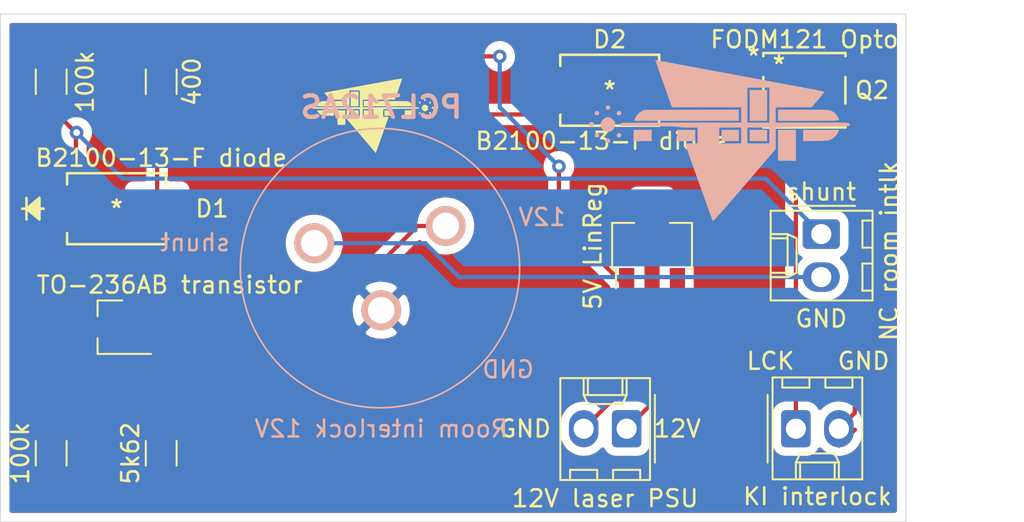
<source format=kicad_pcb>
(kicad_pcb (version 20171130) (host pcbnew "(5.1.7)-1")

  (general
    (thickness 1.6)
    (drawings 14)
    (tracks 45)
    (zones 0)
    (modules 15)
    (nets 12)
  )

  (page A4)
  (layers
    (0 F.Cu signal)
    (31 B.Cu signal)
    (32 B.Adhes user)
    (33 F.Adhes user)
    (34 B.Paste user)
    (35 F.Paste user)
    (36 B.SilkS user)
    (37 F.SilkS user)
    (38 B.Mask user)
    (39 F.Mask user)
    (40 Dwgs.User user)
    (41 Cmts.User user)
    (42 Eco1.User user)
    (43 Eco2.User user)
    (44 Edge.Cuts user)
    (45 Margin user)
    (46 B.CrtYd user)
    (47 F.CrtYd user)
    (48 B.Fab user)
    (49 F.Fab user)
  )

  (setup
    (last_trace_width 0.25)
    (trace_clearance 0.2)
    (zone_clearance 0.508)
    (zone_45_only no)
    (trace_min 0.2)
    (via_size 0.8)
    (via_drill 0.4)
    (via_min_size 0.4)
    (via_min_drill 0.3)
    (uvia_size 0.3)
    (uvia_drill 0.1)
    (uvias_allowed no)
    (uvia_min_size 0.2)
    (uvia_min_drill 0.1)
    (edge_width 0.05)
    (segment_width 0.2)
    (pcb_text_width 0.3)
    (pcb_text_size 1.5 1.5)
    (mod_edge_width 0.12)
    (mod_text_size 1 1)
    (mod_text_width 0.15)
    (pad_size 1.524 1.524)
    (pad_drill 0.762)
    (pad_to_mask_clearance 0)
    (aux_axis_origin 0 0)
    (visible_elements FFFFFF7F)
    (pcbplotparams
      (layerselection 0x010fc_ffffffff)
      (usegerberextensions false)
      (usegerberattributes true)
      (usegerberadvancedattributes true)
      (creategerberjobfile true)
      (excludeedgelayer true)
      (linewidth 0.100000)
      (plotframeref false)
      (viasonmask false)
      (mode 1)
      (useauxorigin false)
      (hpglpennumber 1)
      (hpglpenspeed 20)
      (hpglpendiameter 15.000000)
      (psnegative false)
      (psa4output false)
      (plotreference true)
      (plotvalue true)
      (plotinvisibletext false)
      (padsonsilk false)
      (subtractmaskfromsilk false)
      (outputformat 1)
      (mirror false)
      (drillshape 1)
      (scaleselection 1)
      (outputdirectory ""))
  )

  (net 0 "")
  (net 1 /OptoAnode)
  (net 2 /ShuntUP)
  (net 3 GND)
  (net 4 /ShuntGND)
  (net 5 /Intlk12)
  (net 6 /Las12V)
  (net 7 /KIGND)
  (net 8 /KILCK)
  (net 9 /Sig)
  (net 10 /5VPow)
  (net 11 /LasGND)

  (net_class Default "This is the default net class."
    (clearance 0.2)
    (trace_width 0.25)
    (via_dia 0.8)
    (via_drill 0.4)
    (uvia_dia 0.3)
    (uvia_drill 0.1)
    (add_net /5VPow)
    (add_net /Intlk12)
    (add_net /KIGND)
    (add_net /KILCK)
    (add_net /Las12V)
    (add_net /LasGND)
    (add_net /OptoAnode)
    (add_net /ShuntGND)
    (add_net /ShuntUP)
    (add_net /Sig)
    (add_net GND)
  )

  (module JRogersFootprintLIbrary:QLMLogoMedium (layer B.Cu) (tedit 0) (tstamp 604665DE)
    (at 159 86 180)
    (fp_text reference G*** (at 0 0) (layer B.SilkS) hide
      (effects (font (size 1.524 1.524) (thickness 0.3)) (justify mirror))
    )
    (fp_text value LOGO (at 0.75 0) (layer B.SilkS) hide
      (effects (font (size 1.524 1.524) (thickness 0.3)) (justify mirror))
    )
    (fp_poly (pts (xy 3.788941 4.741802) (xy 3.757052 4.645855) (xy 3.705701 4.496075) (xy 3.63741 4.299698)
      (xy 3.554701 4.063962) (xy 3.460096 3.796104) (xy 3.356117 3.503362) (xy 3.312808 3.381876)
      (xy 2.81813 1.995715) (xy -1.27 1.995715) (xy -1.27 1.088572) (xy 2.258786 1.088016)
      (xy 2.759306 1.087625) (xy 3.239642 1.086641) (xy 3.694775 1.085108) (xy 4.119688 1.083071)
      (xy 4.509362 1.080574) (xy 4.858781 1.077661) (xy 5.162927 1.074377) (xy 5.416782 1.070765)
      (xy 5.615328 1.066871) (xy 5.753548 1.062738) (xy 5.826424 1.05841) (xy 5.836499 1.056454)
      (xy 5.871579 0.999035) (xy 5.872293 0.957224) (xy 5.866624 0.941358) (xy 5.852163 0.928103)
      (xy 5.822764 0.917182) (xy 5.772278 0.908316) (xy 5.694558 0.901228) (xy 5.583455 0.895638)
      (xy 5.432823 0.89127) (xy 5.236512 0.887844) (xy 4.988376 0.885083) (xy 4.682267 0.882708)
      (xy 4.312036 0.880442) (xy 4.155673 0.879565) (xy 3.738624 0.876496) (xy 3.372037 0.872235)
      (xy 3.05946 0.866877) (xy 2.804445 0.860513) (xy 2.61054 0.853235) (xy 2.481296 0.845137)
      (xy 2.420261 0.836311) (xy 2.416265 0.834208) (xy 2.367844 0.820938) (xy 2.25923 0.810053)
      (xy 2.102784 0.802329) (xy 1.910867 0.798541) (xy 1.843314 0.798286) (xy 1.306286 0.798286)
      (xy 1.306286 -0.145143) (xy 1.669143 -0.145143) (xy 1.821455 -0.148166) (xy 1.942285 -0.156318)
      (xy 2.016276 -0.168222) (xy 2.032 -0.177677) (xy 2.020061 -0.21907) (xy 1.985897 -0.321592)
      (xy 1.931992 -0.47832) (xy 1.860825 -0.682332) (xy 1.77488 -0.926707) (xy 1.676636 -1.20452)
      (xy 1.568577 -1.508851) (xy 1.453183 -1.832776) (xy 1.332937 -2.169374) (xy 1.210319 -2.511721)
      (xy 1.087811 -2.852896) (xy 0.967896 -3.185977) (xy 0.853054 -3.50404) (xy 0.745768 -3.800163)
      (xy 0.648518 -4.067425) (xy 0.563786 -4.298903) (xy 0.494055 -4.487674) (xy 0.441805 -4.626816)
      (xy 0.409519 -4.709406) (xy 0.400058 -4.729937) (xy 0.372288 -4.70798) (xy 0.301111 -4.634889)
      (xy 0.190171 -4.514787) (xy 0.043112 -4.351794) (xy -0.136422 -4.15003) (xy -0.344788 -3.913615)
      (xy -0.578343 -3.646671) (xy -0.833442 -3.353318) (xy -1.106443 -3.037677) (xy -1.393701 -2.703868)
      (xy -1.466037 -2.619552) (xy -3.302 -0.478229) (xy -3.302 0.794737) (xy -3.398021 0.798286)
      (xy -2.939143 0.798286) (xy -2.939143 -0.145143) (xy -1.632857 -0.145143) (xy -1.632857 0.798286)
      (xy -1.27 0.798286) (xy -1.27 -0.145143) (xy 0.036286 -0.145143) (xy 0.036286 0.798286)
      (xy -1.27 0.798286) (xy -1.632857 0.798286) (xy -2.939143 0.798286) (xy -3.398021 0.798286)
      (xy -3.8735 0.81586) (xy -4.034991 0.820841) (xy -4.257855 0.82626) (xy -4.530897 0.831916)
      (xy -4.842921 0.837611) (xy -5.182731 0.843145) (xy -5.539131 0.848318) (xy -5.900927 0.852932)
      (xy -6.052065 0.854657) (xy -6.441351 0.859212) (xy -6.764136 0.863717) (xy -7.026492 0.868439)
      (xy -7.234488 0.873647) (xy -7.394196 0.879608) (xy -7.511686 0.88659) (xy -7.593028 0.894861)
      (xy -7.644293 0.904689) (xy -7.671551 0.916341) (xy -7.67991 0.926486) (xy -7.676572 0.997403)
      (xy -7.655902 1.034605) (xy -7.638791 1.04602) (xy -7.604336 1.055741) (xy -7.547212 1.063899)
      (xy -7.462096 1.070623) (xy -7.343665 1.076046) (xy -7.186596 1.080296) (xy -6.985565 1.083506)
      (xy -6.735249 1.085805) (xy -6.430324 1.087325) (xy -6.065467 1.088195) (xy -5.635355 1.088547)
      (xy -5.456557 1.088572) (xy -3.302 1.088572) (xy -3.302 1.995715) (xy -4.365038 1.995714)
      (xy -5.428075 1.995714) (xy -5.817905 2.449873) (xy -5.965852 2.62633) (xy -6.075243 2.765599)
      (xy -6.142723 2.863076) (xy -6.164936 2.91416) (xy -6.160938 2.920406) (xy -6.118869 2.929423)
      (xy -6.010854 2.950647) (xy -5.841829 2.983156) (xy -5.616729 3.026032) (xy -5.340491 3.078354)
      (xy -5.01805 3.139203) (xy -4.924254 3.156857) (xy -2.939143 3.156857) (xy -2.939143 1.088572)
      (xy -1.632857 1.088572) (xy -1.632857 3.156857) (xy -2.939143 3.156857) (xy -4.924254 3.156857)
      (xy -4.654342 3.207659) (xy -4.254303 3.282801) (xy -3.822868 3.36371) (xy -3.364973 3.449466)
      (xy -2.885555 3.539149) (xy -2.389548 3.631838) (xy -1.88189 3.726615) (xy -1.367514 3.822559)
      (xy -0.851358 3.918751) (xy -0.338357 4.01427) (xy 0.166554 4.108196) (xy 0.658438 4.19961)
      (xy 1.132359 4.287592) (xy 1.583382 4.371221) (xy 2.006572 4.449578) (xy 2.396992 4.521743)
      (xy 2.749706 4.586796) (xy 3.059779 4.643817) (xy 3.322275 4.691886) (xy 3.532258 4.730084)
      (xy 3.684793 4.757489) (xy 3.774943 4.773184) (xy 3.798847 4.776677) (xy 3.788941 4.741802)) (layer B.SilkS) (width 0.01))
    (fp_poly (pts (xy -3.447143 -1.161143) (xy -4.499429 -1.161143) (xy -4.499429 0.653143) (xy -3.447143 0.653143)
      (xy -3.447143 -1.161143)) (layer B.SilkS) (width 0.01))
    (fp_poly (pts (xy 6.652803 0.13348) (xy 6.715666 0.083766) (xy 6.73855 0.003351) (xy 6.731553 -0.034544)
      (xy 6.683643 -0.094098) (xy 6.604 -0.108857) (xy 6.514101 -0.088123) (xy 6.476447 -0.034544)
      (xy 6.4759 0.049083) (xy 6.496588 0.092456) (xy 6.572323 0.140405) (xy 6.652803 0.13348)) (layer B.SilkS) (width 0.01))
    (fp_poly (pts (xy -4.934857 0) (xy -5.633357 0.001593) (xy -5.918347 0.004213) (xy -6.138754 0.010942)
      (xy -6.302477 0.022274) (xy -6.417414 0.038702) (xy -6.474902 0.054143) (xy -6.652805 0.14325)
      (xy -6.815412 0.271014) (xy -6.944095 0.419757) (xy -7.020135 0.5715) (xy -7.044319 0.653143)
      (xy -4.934857 0.653143) (xy -4.934857 0)) (layer B.SilkS) (width 0.01))
    (fp_poly (pts (xy 2.503714 0) (xy 1.451429 0) (xy 1.451429 0.653143) (xy 2.503714 0.653143)
      (xy 2.503714 0)) (layer B.SilkS) (width 0.01))
    (fp_poly (pts (xy 5.08 0) (xy 4.027714 0) (xy 4.027714 0.653143) (xy 5.08 0.653143)
      (xy 5.08 0)) (layer B.SilkS) (width 0.01))
    (fp_poly (pts (xy 5.99966 0.460052) (xy 6.062523 0.410338) (xy 6.085407 0.329922) (xy 6.07841 0.292027)
      (xy 6.0305 0.232473) (xy 5.950857 0.217714) (xy 5.860958 0.238449) (xy 5.823304 0.292027)
      (xy 5.822757 0.375655) (xy 5.843445 0.419027) (xy 5.91918 0.466977) (xy 5.99966 0.460052)) (layer B.SilkS) (width 0.01))
    (fp_poly (pts (xy 7.305946 0.460052) (xy 7.368808 0.410338) (xy 7.391693 0.329922) (xy 7.384695 0.292027)
      (xy 7.336786 0.232473) (xy 7.257143 0.217714) (xy 7.167243 0.238449) (xy 7.12959 0.292027)
      (xy 7.129043 0.375655) (xy 7.149731 0.419027) (xy 7.225466 0.466977) (xy 7.305946 0.460052)) (layer B.SilkS) (width 0.01))
    (fp_poly (pts (xy 6.668406 1.399054) (xy 6.75742 1.367457) (xy 6.879663 1.286747) (xy 6.977664 1.168892)
      (xy 7.033102 1.038737) (xy 7.039293 0.985198) (xy 7.007711 0.824729) (xy 6.922484 0.693205)
      (xy 6.798709 0.59923) (xy 6.651484 0.551409) (xy 6.495907 0.558348) (xy 6.37742 0.60796)
      (xy 6.273773 0.707476) (xy 6.19804 0.845461) (xy 6.168572 0.988446) (xy 6.168571 0.988904)
      (xy 6.200494 1.115578) (xy 6.284208 1.239361) (xy 6.401636 1.337747) (xy 6.478183 1.374345)
      (xy 6.58406 1.403431) (xy 6.668406 1.399054)) (layer B.SilkS) (width 0.01))
    (fp_poly (pts (xy 7.632517 1.113195) (xy 7.69538 1.063481) (xy 7.718265 0.983065) (xy 7.711267 0.94517)
      (xy 7.663357 0.885616) (xy 7.583714 0.870857) (xy 7.493815 0.891592) (xy 7.456162 0.94517)
      (xy 7.455614 1.028797) (xy 7.476302 1.07217) (xy 7.552037 1.12012) (xy 7.632517 1.113195)) (layer B.SilkS) (width 0.01))
    (fp_poly (pts (xy -3.447143 1.197429) (xy -5.243286 1.197429) (xy -5.653584 1.19762) (xy -5.997101 1.198314)
      (xy -6.27963 1.199692) (xy -6.50696 1.201936) (xy -6.684883 1.205226) (xy -6.819188 1.209745)
      (xy -6.915668 1.215673) (xy -6.980112 1.223192) (xy -7.018312 1.232482) (xy -7.036058 1.243726)
      (xy -7.039429 1.253659) (xy -7.011366 1.359268) (xy -6.934939 1.486522) (xy -6.82179 1.616253)
      (xy -6.815604 1.622243) (xy -6.757658 1.675903) (xy -6.700912 1.720426) (xy -6.638263 1.756664)
      (xy -6.562611 1.78547) (xy -6.466854 1.807694) (xy -6.343891 1.824189) (xy -6.18662 1.835807)
      (xy -5.987939 1.8434) (xy -5.740749 1.847818) (xy -5.437946 1.849915) (xy -5.07243 1.850542)
      (xy -4.912152 1.850572) (xy -3.447143 1.850572) (xy -3.447143 1.197429)) (layer B.SilkS) (width 0.01))
    (fp_poly (pts (xy 1.678214 1.842366) (xy 4.481286 1.832429) (xy 4.64296 1.741715) (xy 4.783174 1.636177)
      (xy 4.91018 1.493869) (xy 5.00192 1.341489) (xy 5.025163 1.279072) (xy 5.048605 1.197429)
      (xy -1.124857 1.197429) (xy -1.124857 1.852303) (xy 1.678214 1.842366)) (layer B.SilkS) (width 0.01))
    (fp_poly (pts (xy 5.99966 1.766337) (xy 6.062523 1.716624) (xy 6.085407 1.636208) (xy 6.07841 1.598313)
      (xy 6.0305 1.538759) (xy 5.950857 1.524) (xy 5.860958 1.544734) (xy 5.823304 1.598313)
      (xy 5.822757 1.68194) (xy 5.843445 1.725313) (xy 5.91918 1.773263) (xy 5.99966 1.766337)) (layer B.SilkS) (width 0.01))
    (fp_poly (pts (xy 7.305946 1.766337) (xy 7.368808 1.716624) (xy 7.391693 1.636208) (xy 7.384695 1.598313)
      (xy 7.336786 1.538759) (xy 7.257143 1.524) (xy 7.167243 1.544734) (xy 7.12959 1.598313)
      (xy 7.129043 1.68194) (xy 7.149731 1.725313) (xy 7.225466 1.773263) (xy 7.305946 1.766337)) (layer B.SilkS) (width 0.01))
    (fp_poly (pts (xy 6.652803 2.092909) (xy 6.715666 2.043195) (xy 6.73855 1.962779) (xy 6.731553 1.924884)
      (xy 6.683643 1.86533) (xy 6.604 1.850572) (xy 6.514101 1.871306) (xy 6.476447 1.924884)
      (xy 6.4759 2.008512) (xy 6.496588 2.051884) (xy 6.572323 2.099834) (xy 6.652803 2.092909)) (layer B.SilkS) (width 0.01))
    (fp_poly (pts (xy -1.778 0) (xy -2.794 0) (xy -2.794 0.653143) (xy -1.778 0.653143)
      (xy -1.778 0)) (layer B.SilkS) (width 0.01))
    (fp_poly (pts (xy -0.108857 0) (xy -1.124857 0) (xy -1.124857 0.653143) (xy -0.108857 0.653143)
      (xy -0.108857 0)) (layer B.SilkS) (width 0.01))
    (fp_poly (pts (xy -1.778 1.197429) (xy -2.794 1.197429) (xy -2.794 3.011715) (xy -1.778 3.011715)
      (xy -1.778 1.197429)) (layer B.SilkS) (width 0.01))
  )

  (module JRogersFootprintLIbrary:QLMLogoSmall (layer F.Cu) (tedit 0) (tstamp 60466506)
    (at 138.5 84.5)
    (fp_text reference G*** (at 0 0) (layer F.SilkS) hide
      (effects (font (size 1.524 1.524) (thickness 0.3)))
    )
    (fp_text value LOGO (at 0.75 0) (layer F.SilkS) hide
      (effects (font (size 1.524 1.524) (thickness 0.3)))
    )
    (fp_poly (pts (xy -0.846666 -0.558801) (xy -1.303866 -0.558801) (xy -1.303866 -1.405467) (xy -0.846666 -1.405467)
      (xy -0.846666 -0.558801)) (layer F.SilkS) (width 0.01))
    (fp_poly (pts (xy -0.0508 0) (xy -0.524933 0) (xy -0.524933 -0.304801) (xy -0.0508 -0.304801)
      (xy -0.0508 0)) (layer F.SilkS) (width 0.01))
    (fp_poly (pts (xy -0.846666 0) (xy -1.303866 0) (xy -1.303866 -0.304801) (xy -0.846666 -0.304801)
      (xy -0.846666 0)) (layer F.SilkS) (width 0.01))
    (fp_poly (pts (xy 3.125089 -0.951353) (xy 3.12935 -0.916471) (xy 3.113108 -0.882255) (xy 3.082346 -0.864195)
      (xy 3.050028 -0.868646) (xy 3.04307 -0.874175) (xy 3.031376 -0.904178) (xy 3.035056 -0.941711)
      (xy 3.051615 -0.968699) (xy 3.056467 -0.971324) (xy 3.098958 -0.9747) (xy 3.125089 -0.951353)) (layer F.SilkS) (width 0.01))
    (fp_poly (pts (xy 3.429883 -0.798994) (xy 3.43415 -0.764215) (xy 3.417545 -0.726174) (xy 3.382504 -0.715548)
      (xy 3.357033 -0.72222) (xy 3.339506 -0.744766) (xy 3.337397 -0.779956) (xy 3.34996 -0.810678)
      (xy 3.361267 -0.818924) (xy 3.403737 -0.822296) (xy 3.429883 -0.798994)) (layer F.SilkS) (width 0.01))
    (fp_poly (pts (xy 2.821684 -0.797911) (xy 2.827867 -0.770467) (xy 2.815204 -0.735507) (xy 2.785668 -0.714201)
      (xy 2.751939 -0.713287) (xy 2.737556 -0.722489) (xy 2.726368 -0.75213) (xy 2.730386 -0.789511)
      (xy 2.746937 -0.816365) (xy 2.751667 -0.818924) (xy 2.793728 -0.821505) (xy 2.821684 -0.797911)) (layer F.SilkS) (width 0.01))
    (fp_poly (pts (xy 0.766234 -0.859969) (xy 1.007088 -0.859025) (xy 1.216425 -0.858083) (xy 1.396593 -0.85708)
      (xy 1.54994 -0.855956) (xy 1.678816 -0.85465) (xy 1.78557 -0.8531) (xy 1.87255 -0.851247)
      (xy 1.942105 -0.849028) (xy 1.996583 -0.846383) (xy 2.038334 -0.84325) (xy 2.069707 -0.83957)
      (xy 2.09305 -0.83528) (xy 2.110711 -0.830321) (xy 2.124902 -0.824692) (xy 2.178114 -0.796094)
      (xy 2.224611 -0.763736) (xy 2.232384 -0.756959) (xy 2.263879 -0.719968) (xy 2.2963 -0.670562)
      (xy 2.322728 -0.620704) (xy 2.336245 -0.582356) (xy 2.3368 -0.576408) (xy 2.322216 -0.572876)
      (xy 2.278129 -0.569755) (xy 2.204035 -0.567038) (xy 2.099432 -0.564719) (xy 1.963815 -0.562792)
      (xy 1.796683 -0.561251) (xy 1.597531 -0.560089) (xy 1.365856 -0.559301) (xy 1.101156 -0.55888)
      (xy 0.905934 -0.558801) (xy -0.524933 -0.558801) (xy -0.524933 -0.864803) (xy 0.766234 -0.859969)) (layer F.SilkS) (width 0.01))
    (fp_poly (pts (xy -1.6256 -0.558801) (xy -3.287349 -0.558801) (xy -3.276095 -0.596901) (xy -3.232092 -0.68733)
      (xy -3.159226 -0.762359) (xy -3.086963 -0.806899) (xy -2.988733 -0.855134) (xy -2.307166 -0.860253)
      (xy -1.6256 -0.865372) (xy -1.6256 -0.558801)) (layer F.SilkS) (width 0.01))
    (fp_poly (pts (xy 3.582283 -0.494194) (xy 3.58655 -0.459415) (xy 3.569945 -0.421374) (xy 3.534904 -0.410748)
      (xy 3.509433 -0.41742) (xy 3.491906 -0.439966) (xy 3.489797 -0.475156) (xy 3.50236 -0.505878)
      (xy 3.513667 -0.514124) (xy 3.556137 -0.517496) (xy 3.582283 -0.494194)) (layer F.SilkS) (width 0.01))
    (fp_poly (pts (xy 3.137562 -0.632262) (xy 3.174355 -0.620064) (xy 3.207031 -0.592431) (xy 3.218723 -0.5797)
      (xy 3.258094 -0.525732) (xy 3.267119 -0.486114) (xy 3.245809 -0.461125) (xy 3.2131 -0.452517)
      (xy 3.158067 -0.445687) (xy 3.2131 -0.442977) (xy 3.25447 -0.433472) (xy 3.267558 -0.408884)
      (xy 3.252988 -0.366868) (xy 3.239272 -0.344228) (xy 3.201361 -0.306353) (xy 3.147492 -0.273796)
      (xy 3.09364 -0.255493) (xy 3.078177 -0.254105) (xy 3.048939 -0.261492) (xy 3.007847 -0.27924)
      (xy 3.005667 -0.280352) (xy 2.940693 -0.3298) (xy 2.902883 -0.393276) (xy 2.893601 -0.464049)
      (xy 2.914211 -0.535391) (xy 2.945011 -0.5797) (xy 2.97943 -0.613375) (xy 3.01335 -0.62975)
      (xy 3.061557 -0.6348) (xy 3.081867 -0.635) (xy 3.137562 -0.632262)) (layer F.SilkS) (width 0.01))
    (fp_poly (pts (xy 3.429883 -0.189394) (xy 3.43415 -0.154615) (xy 3.417545 -0.116574) (xy 3.382504 -0.105948)
      (xy 3.357033 -0.11262) (xy 3.339506 -0.135166) (xy 3.337397 -0.170356) (xy 3.34996 -0.201078)
      (xy 3.361267 -0.209324) (xy 3.403737 -0.212696) (xy 3.429883 -0.189394)) (layer F.SilkS) (width 0.01))
    (fp_poly (pts (xy 2.820283 -0.189394) (xy 2.82455 -0.154615) (xy 2.807945 -0.116574) (xy 2.772904 -0.105948)
      (xy 2.747434 -0.11262) (xy 2.729906 -0.135166) (xy 2.727797 -0.170356) (xy 2.74036 -0.201078)
      (xy 2.751667 -0.209324) (xy 2.794137 -0.212696) (xy 2.820283 -0.189394)) (layer F.SilkS) (width 0.01))
    (fp_poly (pts (xy 2.353734 0) (xy 1.896534 0) (xy 1.896534 -0.304801) (xy 2.353734 -0.304801)
      (xy 2.353734 0)) (layer F.SilkS) (width 0.01))
    (fp_poly (pts (xy 1.151467 0) (xy 0.694267 0) (xy 0.694267 -0.304801) (xy 1.151467 -0.304801)
      (xy 1.151467 0)) (layer F.SilkS) (width 0.01))
    (fp_poly (pts (xy -2.302933 0) (xy -2.595033 -0.001856) (xy -2.696831 -0.003285) (xy -2.79197 -0.006055)
      (xy -2.873085 -0.009844) (xy -2.932811 -0.01433) (xy -2.957806 -0.017685) (xy -3.068874 -0.056298)
      (xy -3.164133 -0.123445) (xy -3.239294 -0.215812) (xy -3.258206 -0.249767) (xy -3.285936 -0.304801)
      (xy -2.302933 -0.304801) (xy -2.302933 0)) (layer F.SilkS) (width 0.01))
    (fp_poly (pts (xy 3.126484 -0.035911) (xy 3.132667 -0.008467) (xy 3.122258 0.022198) (xy 3.099163 0.045572)
      (xy 3.076249 0.049463) (xy 3.060583 0.042969) (xy 3.052233 0.039585) (xy 3.034725 0.017268)
      (xy 3.032572 -0.017786) (xy 3.045027 -0.04852) (xy 3.056467 -0.056924) (xy 3.098528 -0.059505)
      (xy 3.126484 -0.035911)) (layer F.SilkS) (width 0.01))
    (fp_poly (pts (xy -1.6256 0.541866) (xy -2.0828 0.541866) (xy -2.0828 -0.304801) (xy -1.6256 -0.304801)
      (xy -1.6256 0.541866)) (layer F.SilkS) (width 0.01))
    (fp_poly (pts (xy 1.735721 -2.198458) (xy 1.73368 -2.184751) (xy 1.722822 -2.147505) (xy 1.702814 -2.085761)
      (xy 1.673321 -1.998559) (xy 1.634012 -1.88494) (xy 1.584552 -1.743946) (xy 1.524608 -1.574617)
      (xy 1.453846 -1.375995) (xy 1.371934 -1.14712) (xy 1.317281 -0.994834) (xy 1.300554 -0.948267)
      (xy -0.592666 -0.948267) (xy -0.592666 -0.491067) (xy 1.064988 -0.491067) (xy 1.344136 -0.491007)
      (xy 1.591263 -0.490808) (xy 1.808216 -0.490446) (xy 1.996843 -0.489894) (xy 2.158988 -0.489127)
      (xy 2.2965 -0.488118) (xy 2.411223 -0.486841) (xy 2.505006 -0.485272) (xy 2.579694 -0.483384)
      (xy 2.637133 -0.48115) (xy 2.67917 -0.478547) (xy 2.707652 -0.475546) (xy 2.724424 -0.472123)
      (xy 2.731334 -0.468252) (xy 2.731599 -0.467731) (xy 2.735626 -0.452922) (xy 2.733386 -0.440702)
      (xy 2.722026 -0.430822) (xy 2.698696 -0.423036) (xy 2.660544 -0.417096) (xy 2.604719 -0.412755)
      (xy 2.528369 -0.409764) (xy 2.428643 -0.407877) (xy 2.30269 -0.406846) (xy 2.147658 -0.406424)
      (xy 2.02438 -0.406359) (xy 1.857031 -0.406045) (xy 1.684028 -0.405172) (xy 1.512076 -0.403811)
      (xy 1.347878 -0.402033) (xy 1.198137 -0.39991) (xy 1.069559 -0.397514) (xy 0.9779 -0.395196)
      (xy 0.6096 -0.384074) (xy 0.6096 0.067733) (xy 0.770467 0.067733) (xy 0.839592 0.068836)
      (xy 0.893838 0.071801) (xy 0.925851 0.076112) (xy 0.931334 0.079033) (xy 0.925785 0.096528)
      (xy 0.909774 0.143208) (xy 0.884255 0.216373) (xy 0.850182 0.313322) (xy 0.808509 0.431357)
      (xy 0.760189 0.567776) (xy 0.706176 0.719881) (xy 0.647424 0.88497) (xy 0.584887 1.060345)
      (xy 0.564944 1.116199) (xy 0.501015 1.29528) (xy 0.440226 1.465727) (xy 0.383576 1.624731)
      (xy 0.332062 1.769482) (xy 0.286682 1.89717) (xy 0.248437 2.004985) (xy 0.218322 2.090119)
      (xy 0.197338 2.149761) (xy 0.186481 2.181101) (xy 0.1854 2.1844) (xy 0.17555 2.208557)
      (xy 0.170789 2.206523) (xy 0.159776 2.190769) (xy 0.128331 2.151371) (xy 0.078144 2.09033)
      (xy 0.0109 2.009647) (xy -0.071712 1.911323) (xy -0.168004 1.79736) (xy -0.276289 1.66976)
      (xy -0.39488 1.530524) (xy -0.522088 1.381652) (xy -0.656225 1.225148) (xy -0.6858 1.190704)
      (xy -1.540933 0.195094) (xy -1.540933 -0.389467) (xy -1.388533 -0.389467) (xy -1.388533 0.067733)
      (xy -0.762 0.067733) (xy -0.762 -0.389467) (xy -0.592666 -0.389467) (xy -0.592666 0.067733)
      (xy 0.033867 0.067733) (xy 0.033867 -0.389467) (xy -0.592666 -0.389467) (xy -0.762 -0.389467)
      (xy -1.388533 -0.389467) (xy -1.540933 -0.389467) (xy -1.697567 -0.391853) (xy -1.745786 -0.392534)
      (xy -1.823853 -0.393567) (xy -1.92775 -0.394904) (xy -2.053461 -0.396494) (xy -2.196969 -0.398285)
      (xy -2.354257 -0.400229) (xy -2.521308 -0.402274) (xy -2.694105 -0.40437) (xy -2.709333 -0.404553)
      (xy -3.564466 -0.414867) (xy -3.569878 -0.452967) (xy -3.575289 -0.491067) (xy -1.540933 -0.491067)
      (xy -1.540933 -0.948267) (xy -2.519768 -0.948267) (xy -2.863402 -1.345809) (xy -2.816001 -1.357266)
      (xy -2.783941 -1.364088) (xy -2.722028 -1.376361) (xy -2.63259 -1.393655) (xy -2.517958 -1.415538)
      (xy -2.380459 -1.441582) (xy -2.222425 -1.471354) (xy -2.122344 -1.490134) (xy -1.388533 -1.490134)
      (xy -1.388533 -0.491067) (xy -0.762 -0.491067) (xy -0.762 -1.490134) (xy -1.388533 -1.490134)
      (xy -2.122344 -1.490134) (xy -2.046184 -1.504425) (xy -1.854065 -1.540364) (xy -1.648398 -1.57874)
      (xy -1.431512 -1.619124) (xy -1.205736 -1.661084) (xy -0.9734 -1.704191) (xy -0.736833 -1.748013)
      (xy -0.498365 -1.79212) (xy -0.260324 -1.836082) (xy -0.02504 -1.879469) (xy 0.205158 -1.921849)
      (xy 0.427939 -1.962793) (xy 0.640976 -2.001869) (xy 0.841938 -2.038648) (xy 1.028497 -2.072699)
      (xy 1.198323 -2.103591) (xy 1.349086 -2.130894) (xy 1.478457 -2.154177) (xy 1.584108 -2.173011)
      (xy 1.663708 -2.186964) (xy 1.714929 -2.195606) (xy 1.735441 -2.198506) (xy 1.735721 -2.198458)) (layer F.SilkS) (width 0.01))
  )

  (module JRogersFootprintLIbrary:B2100-13-F (layer F.Cu) (tedit 60462621) (tstamp 6046170A)
    (at 123.36 90)
    (path /60447C1E)
    (fp_text reference D1 (at 5.64 0) (layer F.SilkS)
      (effects (font (size 1 1) (thickness 0.15)))
    )
    (fp_text value "B2100-13-F diode" (at 2.64 -3) (layer F.SilkS)
      (effects (font (size 1 1) (thickness 0.15)))
    )
    (fp_text user * (at 0 0) (layer F.Fab)
      (effects (font (size 1 1) (thickness 0.15)))
    )
    (fp_text user * (at 0 0) (layer F.SilkS)
      (effects (font (size 1 1) (thickness 0.15)))
    )
    (fp_text user "Copyright 2016 Accelerated Designs. All rights reserved." (at 0 0) (layer Cmts.User)
      (effects (font (size 0.127 0.127) (thickness 0.002)))
    )
    (fp_line (start -4.303001 0) (end -5.573001 0) (layer F.Fab) (width 0.1524))
    (fp_line (start -5.319001 -0.635) (end -5.319001 0.635) (layer F.Fab) (width 0.1524))
    (fp_line (start -5.319001 0) (end -4.557001 -0.635) (layer F.Fab) (width 0.1524))
    (fp_line (start -5.319001 0) (end -4.557001 -0.508) (layer F.Fab) (width 0.1524))
    (fp_line (start -5.319001 0) (end -4.557001 -0.381) (layer F.Fab) (width 0.1524))
    (fp_line (start -5.319001 0) (end -4.557001 -0.254) (layer F.Fab) (width 0.1524))
    (fp_line (start -5.319001 0) (end -4.557001 -0.127) (layer F.Fab) (width 0.1524))
    (fp_line (start -5.319001 0) (end -4.557001 0.635) (layer F.Fab) (width 0.1524))
    (fp_line (start -5.319001 0) (end -4.557001 0.508) (layer F.Fab) (width 0.1524))
    (fp_line (start -5.319001 0) (end -4.557001 0.381) (layer F.Fab) (width 0.1524))
    (fp_line (start -5.319001 0) (end -4.557001 0.254) (layer F.Fab) (width 0.1524))
    (fp_line (start -5.319001 0) (end -4.557001 0.127) (layer F.Fab) (width 0.1524))
    (fp_line (start -4.557001 -0.635) (end -4.557001 0.635) (layer F.Fab) (width 0.1524))
    (fp_line (start -4.303001 0) (end -5.573001 0) (layer F.SilkS) (width 0.1524))
    (fp_line (start -5.319001 -0.635) (end -5.319001 0.635) (layer F.SilkS) (width 0.1524))
    (fp_line (start -5.319001 0) (end -4.557001 -0.635) (layer F.SilkS) (width 0.1524))
    (fp_line (start -5.319001 0) (end -4.557001 -0.508) (layer F.SilkS) (width 0.1524))
    (fp_line (start -5.319001 0) (end -4.557001 -0.381) (layer F.SilkS) (width 0.1524))
    (fp_line (start -5.319001 0) (end -4.557001 -0.254) (layer F.SilkS) (width 0.1524))
    (fp_line (start -5.319001 0) (end -4.557001 -0.127) (layer F.SilkS) (width 0.1524))
    (fp_line (start -5.319001 0) (end -4.557001 0.635) (layer F.SilkS) (width 0.1524))
    (fp_line (start -5.319001 0) (end -4.557001 0.508) (layer F.SilkS) (width 0.1524))
    (fp_line (start -5.319001 0) (end -4.557001 0.381) (layer F.SilkS) (width 0.1524))
    (fp_line (start -5.319001 0) (end -4.557001 0.254) (layer F.SilkS) (width 0.1524))
    (fp_line (start -5.319001 0) (end -4.557001 0.127) (layer F.SilkS) (width 0.1524))
    (fp_line (start -4.557001 -0.635) (end -4.557001 0.635) (layer F.SilkS) (width 0.1524))
    (fp_line (start -2.922001 2.097) (end 2.922001 2.097) (layer F.SilkS) (width 0.1524))
    (fp_line (start 2.922001 2.097) (end 2.922001 1.43774) (layer F.SilkS) (width 0.1524))
    (fp_line (start 2.922001 -2.097) (end -2.922001 -2.097) (layer F.SilkS) (width 0.1524))
    (fp_line (start -2.922001 -2.097) (end -2.922001 -1.43774) (layer F.SilkS) (width 0.1524))
    (fp_line (start -2.795001 1.97) (end 2.795001 1.97) (layer F.Fab) (width 0.1524))
    (fp_line (start 2.795001 1.97) (end 2.795001 -1.97) (layer F.Fab) (width 0.1524))
    (fp_line (start 2.795001 -1.97) (end -2.795001 -1.97) (layer F.Fab) (width 0.1524))
    (fp_line (start -2.795001 -1.97) (end -2.795001 1.97) (layer F.Fab) (width 0.1524))
    (fp_line (start -2.922001 1.43774) (end -2.922001 2.097) (layer F.SilkS) (width 0.1524))
    (fp_line (start 2.922001 -1.43774) (end 2.922001 -2.097) (layer F.SilkS) (width 0.1524))
    (fp_line (start -4 1.359) (end -4 -1.359) (layer F.CrtYd) (width 0.1524))
    (fp_line (start -4 -1.359) (end -3.049 -1.359) (layer F.CrtYd) (width 0.1524))
    (fp_line (start -3.049 -1.359) (end -3.049 -2.224) (layer F.CrtYd) (width 0.1524))
    (fp_line (start -3.049 -2.224) (end 3.049 -2.224) (layer F.CrtYd) (width 0.1524))
    (fp_line (start 3.049 -2.224) (end 3.049 -1.359) (layer F.CrtYd) (width 0.1524))
    (fp_line (start 3.049 -1.359) (end 4 -1.359) (layer F.CrtYd) (width 0.1524))
    (fp_line (start 4 -1.359) (end 4 1.359) (layer F.CrtYd) (width 0.1524))
    (fp_line (start 4 1.359) (end 3.049 1.359) (layer F.CrtYd) (width 0.1524))
    (fp_line (start 3.049 1.359) (end 3.049 2.224) (layer F.CrtYd) (width 0.1524))
    (fp_line (start 3.049 2.224) (end -3.049 2.224) (layer F.CrtYd) (width 0.1524))
    (fp_line (start -3.049 2.224) (end -3.049 1.359) (layer F.CrtYd) (width 0.1524))
    (fp_line (start -3.049 1.359) (end -4 1.359) (layer F.CrtYd) (width 0.1524))
    (pad 2 smd rect (at 2.4 0 90) (size 2.21 2.8) (layers F.Cu F.Paste F.Mask)
      (net 1 /OptoAnode))
    (pad 1 smd rect (at -2.4 0 90) (size 2.21 2.8) (layers F.Cu F.Paste F.Mask)
      (net 2 /ShuntUP))
    (model R:/Cuprite/Electronics/JoshsKiCADLibraries/SamacSys_Parts.3dshapes/SMB_DIO.step
      (at (xyz 0 0 0))
      (scale (xyz 1 1 1))
      (rotate (xyz 0 0 0))
    )
  )

  (module JRogersFootprintLIbrary:B2100-13-F (layer F.Cu) (tedit 60462621) (tstamp 60461743)
    (at 152.5 83 180)
    (path /604468CE)
    (fp_text reference D2 (at 0 3) (layer F.SilkS)
      (effects (font (size 1 1) (thickness 0.15)))
    )
    (fp_text value "B2100-13-F diode" (at 0.5 -3) (layer F.SilkS)
      (effects (font (size 1 1) (thickness 0.15)))
    )
    (fp_text user * (at 0 0) (layer F.Fab)
      (effects (font (size 1 1) (thickness 0.15)))
    )
    (fp_text user * (at 0 0) (layer F.SilkS)
      (effects (font (size 1 1) (thickness 0.15)))
    )
    (fp_text user "Copyright 2016 Accelerated Designs. All rights reserved." (at 0 0) (layer Cmts.User)
      (effects (font (size 0.127 0.127) (thickness 0.002)))
    )
    (fp_line (start -4.303001 0) (end -5.573001 0) (layer F.Fab) (width 0.1524))
    (fp_line (start -5.319001 -0.635) (end -5.319001 0.635) (layer F.Fab) (width 0.1524))
    (fp_line (start -5.319001 0) (end -4.557001 -0.635) (layer F.Fab) (width 0.1524))
    (fp_line (start -5.319001 0) (end -4.557001 -0.508) (layer F.Fab) (width 0.1524))
    (fp_line (start -5.319001 0) (end -4.557001 -0.381) (layer F.Fab) (width 0.1524))
    (fp_line (start -5.319001 0) (end -4.557001 -0.254) (layer F.Fab) (width 0.1524))
    (fp_line (start -5.319001 0) (end -4.557001 -0.127) (layer F.Fab) (width 0.1524))
    (fp_line (start -5.319001 0) (end -4.557001 0.635) (layer F.Fab) (width 0.1524))
    (fp_line (start -5.319001 0) (end -4.557001 0.508) (layer F.Fab) (width 0.1524))
    (fp_line (start -5.319001 0) (end -4.557001 0.381) (layer F.Fab) (width 0.1524))
    (fp_line (start -5.319001 0) (end -4.557001 0.254) (layer F.Fab) (width 0.1524))
    (fp_line (start -5.319001 0) (end -4.557001 0.127) (layer F.Fab) (width 0.1524))
    (fp_line (start -4.557001 -0.635) (end -4.557001 0.635) (layer F.Fab) (width 0.1524))
    (fp_line (start -4.303001 0) (end -5.573001 0) (layer F.SilkS) (width 0.1524))
    (fp_line (start -5.319001 -0.635) (end -5.319001 0.635) (layer F.SilkS) (width 0.1524))
    (fp_line (start -5.319001 0) (end -4.557001 -0.635) (layer F.SilkS) (width 0.1524))
    (fp_line (start -5.319001 0) (end -4.557001 -0.508) (layer F.SilkS) (width 0.1524))
    (fp_line (start -5.319001 0) (end -4.557001 -0.381) (layer F.SilkS) (width 0.1524))
    (fp_line (start -5.319001 0) (end -4.557001 -0.254) (layer F.SilkS) (width 0.1524))
    (fp_line (start -5.319001 0) (end -4.557001 -0.127) (layer F.SilkS) (width 0.1524))
    (fp_line (start -5.319001 0) (end -4.557001 0.635) (layer F.SilkS) (width 0.1524))
    (fp_line (start -5.319001 0) (end -4.557001 0.508) (layer F.SilkS) (width 0.1524))
    (fp_line (start -5.319001 0) (end -4.557001 0.381) (layer F.SilkS) (width 0.1524))
    (fp_line (start -5.319001 0) (end -4.557001 0.254) (layer F.SilkS) (width 0.1524))
    (fp_line (start -5.319001 0) (end -4.557001 0.127) (layer F.SilkS) (width 0.1524))
    (fp_line (start -4.557001 -0.635) (end -4.557001 0.635) (layer F.SilkS) (width 0.1524))
    (fp_line (start -2.922001 2.097) (end 2.922001 2.097) (layer F.SilkS) (width 0.1524))
    (fp_line (start 2.922001 2.097) (end 2.922001 1.43774) (layer F.SilkS) (width 0.1524))
    (fp_line (start 2.922001 -2.097) (end -2.922001 -2.097) (layer F.SilkS) (width 0.1524))
    (fp_line (start -2.922001 -2.097) (end -2.922001 -1.43774) (layer F.SilkS) (width 0.1524))
    (fp_line (start -2.795001 1.97) (end 2.795001 1.97) (layer F.Fab) (width 0.1524))
    (fp_line (start 2.795001 1.97) (end 2.795001 -1.97) (layer F.Fab) (width 0.1524))
    (fp_line (start 2.795001 -1.97) (end -2.795001 -1.97) (layer F.Fab) (width 0.1524))
    (fp_line (start -2.795001 -1.97) (end -2.795001 1.97) (layer F.Fab) (width 0.1524))
    (fp_line (start -2.922001 1.43774) (end -2.922001 2.097) (layer F.SilkS) (width 0.1524))
    (fp_line (start 2.922001 -1.43774) (end 2.922001 -2.097) (layer F.SilkS) (width 0.1524))
    (fp_line (start -4 1.359) (end -4 -1.359) (layer F.CrtYd) (width 0.1524))
    (fp_line (start -4 -1.359) (end -3.049 -1.359) (layer F.CrtYd) (width 0.1524))
    (fp_line (start -3.049 -1.359) (end -3.049 -2.224) (layer F.CrtYd) (width 0.1524))
    (fp_line (start -3.049 -2.224) (end 3.049 -2.224) (layer F.CrtYd) (width 0.1524))
    (fp_line (start 3.049 -2.224) (end 3.049 -1.359) (layer F.CrtYd) (width 0.1524))
    (fp_line (start 3.049 -1.359) (end 4 -1.359) (layer F.CrtYd) (width 0.1524))
    (fp_line (start 4 -1.359) (end 4 1.359) (layer F.CrtYd) (width 0.1524))
    (fp_line (start 4 1.359) (end 3.049 1.359) (layer F.CrtYd) (width 0.1524))
    (fp_line (start 3.049 1.359) (end 3.049 2.224) (layer F.CrtYd) (width 0.1524))
    (fp_line (start 3.049 2.224) (end -3.049 2.224) (layer F.CrtYd) (width 0.1524))
    (fp_line (start -3.049 2.224) (end -3.049 1.359) (layer F.CrtYd) (width 0.1524))
    (fp_line (start -3.049 1.359) (end -4 1.359) (layer F.CrtYd) (width 0.1524))
    (pad 2 smd rect (at 2.4 0 270) (size 2.21 2.8) (layers F.Cu F.Paste F.Mask)
      (net 3 GND))
    (pad 1 smd rect (at -2.4 0 270) (size 2.21 2.8) (layers F.Cu F.Paste F.Mask)
      (net 1 /OptoAnode))
    (model R:/Cuprite/Electronics/JoshsKiCADLibraries/SamacSys_Parts.3dshapes/SMB_DIO.step
      (at (xyz 0 0 0))
      (scale (xyz 1 1 1))
      (rotate (xyz 0 0 0))
    )
  )

  (module PCL712AS (layer B.Cu) (tedit 6040D845) (tstamp 60461756)
    (at 139 96)
    (descr PCL712AS-1)
    (tags Connector)
    (path /604443B2)
    (fp_text reference PCL712AS (at 0 -12) (layer B.SilkS)
      (effects (font (size 1.27 1.27) (thickness 0.254)) (justify mirror))
    )
    (fp_text value Intlk12V (at -0.075 -2.49) (layer B.SilkS) hide
      (effects (font (size 1.27 1.27) (thickness 0.254)) (justify mirror))
    )
    (fp_line (start -8.325 -2.49) (end -8.325 -2.49) (layer Dwgs.User) (width 0.2))
    (fp_line (start 8.175 -2.49) (end 8.175 -2.49) (layer Dwgs.User) (width 0.2))
    (fp_line (start -8.325 -2.49) (end -8.325 -2.49) (layer B.SilkS) (width 0.1))
    (fp_line (start 8.175 -2.49) (end 8.175 -2.49) (layer B.SilkS) (width 0.1))
    (fp_line (start -10.235 -2.49) (end -10.235 -2.49) (layer Dwgs.User) (width 0.1))
    (fp_line (start 10.085 -2.49) (end 10.085 -2.49) (layer Dwgs.User) (width 0.1))
    (fp_arc (start -0.075 -2.49) (end -8.325 -2.49) (angle 180) (layer Dwgs.User) (width 0.2))
    (fp_arc (start -0.075 -2.49) (end 8.175 -2.49) (angle 180) (layer Dwgs.User) (width 0.2))
    (fp_arc (start -0.075 -2.49) (end -8.325 -2.49) (angle 180) (layer B.SilkS) (width 0.1))
    (fp_arc (start -0.075 -2.49) (end 8.175 -2.49) (angle 180) (layer B.SilkS) (width 0.1))
    (fp_arc (start -0.075 -2.49) (end -10.235 -2.49) (angle 180) (layer Dwgs.User) (width 0.1))
    (fp_arc (start -0.075 -2.49) (end 10.085 -2.49) (angle 180) (layer Dwgs.User) (width 0.1))
    (pad 1 thru_hole circle (at 0 0 270) (size 2.355 2.355) (drill 1.57) (layers *.Cu *.Mask B.SilkS)
      (net 3 GND))
    (pad 2 thru_hole circle (at -3.96 -3.96 270) (size 2.355 2.355) (drill 1.57) (layers *.Cu *.Mask B.SilkS)
      (net 4 /ShuntGND))
    (pad 3 thru_hole circle (at 3.81 -4.98 270) (size 2.355 2.355) (drill 1.57) (layers *.Cu *.Mask B.SilkS)
      (net 5 /Intlk12))
    (model R:/Cuprite/Electronics/JoshsKiCADLibraries/SamacSys_Parts.3dshapes/PCL712AS.step
      (at (xyz 0 0 0))
      (scale (xyz 1 1 1))
      (rotate (xyz 0 0 0))
    )
  )

  (module Connector_Molex:Molex_KK-254_AE-6410-02A_1x02_P2.54mm_Vertical (layer F.Cu) (tedit 5EA53D3B) (tstamp 6046177A)
    (at 165 91.5 270)
    (descr "Molex KK-254 Interconnect System, old/engineering part number: AE-6410-02A example for new part number: 22-27-2021, 2 Pins (http://www.molex.com/pdm_docs/sd/022272021_sd.pdf), generated with kicad-footprint-generator")
    (tags "connector Molex KK-254 vertical")
    (path /6044E29E)
    (fp_text reference "NC room intlk" (at 1 -4 90) (layer F.SilkS)
      (effects (font (size 1 1) (thickness 0.15)))
    )
    (fp_text value IntlkNC (at 1.27 4.08 90) (layer F.Fab)
      (effects (font (size 1 1) (thickness 0.15)))
    )
    (fp_line (start 4.31 -3.42) (end -1.77 -3.42) (layer F.CrtYd) (width 0.05))
    (fp_line (start 4.31 3.38) (end 4.31 -3.42) (layer F.CrtYd) (width 0.05))
    (fp_line (start -1.77 3.38) (end 4.31 3.38) (layer F.CrtYd) (width 0.05))
    (fp_line (start -1.77 -3.42) (end -1.77 3.38) (layer F.CrtYd) (width 0.05))
    (fp_line (start 3.34 -2.43) (end 3.34 -3.03) (layer F.SilkS) (width 0.12))
    (fp_line (start 1.74 -2.43) (end 3.34 -2.43) (layer F.SilkS) (width 0.12))
    (fp_line (start 1.74 -3.03) (end 1.74 -2.43) (layer F.SilkS) (width 0.12))
    (fp_line (start 0.8 -2.43) (end 0.8 -3.03) (layer F.SilkS) (width 0.12))
    (fp_line (start -0.8 -2.43) (end 0.8 -2.43) (layer F.SilkS) (width 0.12))
    (fp_line (start -0.8 -3.03) (end -0.8 -2.43) (layer F.SilkS) (width 0.12))
    (fp_line (start 2.29 2.99) (end 2.29 1.99) (layer F.SilkS) (width 0.12))
    (fp_line (start 0.25 2.99) (end 0.25 1.99) (layer F.SilkS) (width 0.12))
    (fp_line (start 2.29 1.46) (end 2.54 1.99) (layer F.SilkS) (width 0.12))
    (fp_line (start 0.25 1.46) (end 2.29 1.46) (layer F.SilkS) (width 0.12))
    (fp_line (start 0 1.99) (end 0.25 1.46) (layer F.SilkS) (width 0.12))
    (fp_line (start 2.54 1.99) (end 2.54 2.99) (layer F.SilkS) (width 0.12))
    (fp_line (start 0 1.99) (end 2.54 1.99) (layer F.SilkS) (width 0.12))
    (fp_line (start 0 2.99) (end 0 1.99) (layer F.SilkS) (width 0.12))
    (fp_line (start -0.562893 0) (end -1.27 0.5) (layer F.Fab) (width 0.1))
    (fp_line (start -1.27 -0.5) (end -0.562893 0) (layer F.Fab) (width 0.1))
    (fp_line (start -1.67 -2) (end -1.67 2) (layer F.SilkS) (width 0.12))
    (fp_line (start 3.92 -3.03) (end -1.38 -3.03) (layer F.SilkS) (width 0.12))
    (fp_line (start 3.92 2.99) (end 3.92 -3.03) (layer F.SilkS) (width 0.12))
    (fp_line (start -1.38 2.99) (end 3.92 2.99) (layer F.SilkS) (width 0.12))
    (fp_line (start -1.38 -3.03) (end -1.38 2.99) (layer F.SilkS) (width 0.12))
    (fp_line (start 3.81 -2.92) (end -1.27 -2.92) (layer F.Fab) (width 0.1))
    (fp_line (start 3.81 2.88) (end 3.81 -2.92) (layer F.Fab) (width 0.1))
    (fp_line (start -1.27 2.88) (end 3.81 2.88) (layer F.Fab) (width 0.1))
    (fp_line (start -1.27 -2.92) (end -1.27 2.88) (layer F.Fab) (width 0.1))
    (fp_text user %R (at 1.27 -2.22 90) (layer F.Fab)
      (effects (font (size 1 1) (thickness 0.15)))
    )
    (pad 1 thru_hole roundrect (at 0 0 270) (size 1.74 2.19) (drill 1.19) (layers *.Cu *.Mask) (roundrect_rratio 0.143678)
      (net 2 /ShuntUP))
    (pad 2 thru_hole oval (at 2.54 0 270) (size 1.74 2.19) (drill 1.19) (layers *.Cu *.Mask)
      (net 4 /ShuntGND))
    (model ${KISYS3DMOD}/Connector_Molex.3dshapes/Molex_KK-254_AE-6410-02A_1x02_P2.54mm_Vertical.wrl
      (at (xyz 0 0 0))
      (scale (xyz 1 1 1))
      (rotate (xyz 0 0 0))
    )
  )

  (module Connector_Molex:Molex_KK-254_AE-6410-02A_1x02_P2.54mm_Vertical (layer F.Cu) (tedit 5EA53D3B) (tstamp 6046179E)
    (at 153.5 103 180)
    (descr "Molex KK-254 Interconnect System, old/engineering part number: AE-6410-02A example for new part number: 22-27-2021, 2 Pins (http://www.molex.com/pdm_docs/sd/022272021_sd.pdf), generated with kicad-footprint-generator")
    (tags "connector Molex KK-254 vertical")
    (path /604606A7)
    (fp_text reference "12V laser PSU" (at 1.27 -4.12) (layer F.SilkS)
      (effects (font (size 1 1) (thickness 0.15)))
    )
    (fp_text value Las12V (at 1.27 4.08) (layer F.Fab)
      (effects (font (size 1 1) (thickness 0.15)))
    )
    (fp_line (start 4.31 -3.42) (end -1.77 -3.42) (layer F.CrtYd) (width 0.05))
    (fp_line (start 4.31 3.38) (end 4.31 -3.42) (layer F.CrtYd) (width 0.05))
    (fp_line (start -1.77 3.38) (end 4.31 3.38) (layer F.CrtYd) (width 0.05))
    (fp_line (start -1.77 -3.42) (end -1.77 3.38) (layer F.CrtYd) (width 0.05))
    (fp_line (start 3.34 -2.43) (end 3.34 -3.03) (layer F.SilkS) (width 0.12))
    (fp_line (start 1.74 -2.43) (end 3.34 -2.43) (layer F.SilkS) (width 0.12))
    (fp_line (start 1.74 -3.03) (end 1.74 -2.43) (layer F.SilkS) (width 0.12))
    (fp_line (start 0.8 -2.43) (end 0.8 -3.03) (layer F.SilkS) (width 0.12))
    (fp_line (start -0.8 -2.43) (end 0.8 -2.43) (layer F.SilkS) (width 0.12))
    (fp_line (start -0.8 -3.03) (end -0.8 -2.43) (layer F.SilkS) (width 0.12))
    (fp_line (start 2.29 2.99) (end 2.29 1.99) (layer F.SilkS) (width 0.12))
    (fp_line (start 0.25 2.99) (end 0.25 1.99) (layer F.SilkS) (width 0.12))
    (fp_line (start 2.29 1.46) (end 2.54 1.99) (layer F.SilkS) (width 0.12))
    (fp_line (start 0.25 1.46) (end 2.29 1.46) (layer F.SilkS) (width 0.12))
    (fp_line (start 0 1.99) (end 0.25 1.46) (layer F.SilkS) (width 0.12))
    (fp_line (start 2.54 1.99) (end 2.54 2.99) (layer F.SilkS) (width 0.12))
    (fp_line (start 0 1.99) (end 2.54 1.99) (layer F.SilkS) (width 0.12))
    (fp_line (start 0 2.99) (end 0 1.99) (layer F.SilkS) (width 0.12))
    (fp_line (start -0.562893 0) (end -1.27 0.5) (layer F.Fab) (width 0.1))
    (fp_line (start -1.27 -0.5) (end -0.562893 0) (layer F.Fab) (width 0.1))
    (fp_line (start -1.67 -2) (end -1.67 2) (layer F.SilkS) (width 0.12))
    (fp_line (start 3.92 -3.03) (end -1.38 -3.03) (layer F.SilkS) (width 0.12))
    (fp_line (start 3.92 2.99) (end 3.92 -3.03) (layer F.SilkS) (width 0.12))
    (fp_line (start -1.38 2.99) (end 3.92 2.99) (layer F.SilkS) (width 0.12))
    (fp_line (start -1.38 -3.03) (end -1.38 2.99) (layer F.SilkS) (width 0.12))
    (fp_line (start 3.81 -2.92) (end -1.27 -2.92) (layer F.Fab) (width 0.1))
    (fp_line (start 3.81 2.88) (end 3.81 -2.92) (layer F.Fab) (width 0.1))
    (fp_line (start -1.27 2.88) (end 3.81 2.88) (layer F.Fab) (width 0.1))
    (fp_line (start -1.27 -2.92) (end -1.27 2.88) (layer F.Fab) (width 0.1))
    (fp_text user %R (at 1.27 -2.22) (layer F.Fab)
      (effects (font (size 1 1) (thickness 0.15)))
    )
    (pad 1 thru_hole roundrect (at 0 0 180) (size 1.74 2.19) (drill 1.19) (layers *.Cu *.Mask) (roundrect_rratio 0.143678)
      (net 6 /Las12V))
    (pad 2 thru_hole oval (at 2.54 0 180) (size 1.74 2.19) (drill 1.19) (layers *.Cu *.Mask)
      (net 11 /LasGND))
    (model ${KISYS3DMOD}/Connector_Molex.3dshapes/Molex_KK-254_AE-6410-02A_1x02_P2.54mm_Vertical.wrl
      (at (xyz 0 0 0))
      (scale (xyz 1 1 1))
      (rotate (xyz 0 0 0))
    )
  )

  (module Connector_Molex:Molex_KK-254_AE-6410-02A_1x02_P2.54mm_Vertical (layer F.Cu) (tedit 5EA53D3B) (tstamp 604617C2)
    (at 163.5 103)
    (descr "Molex KK-254 Interconnect System, old/engineering part number: AE-6410-02A example for new part number: 22-27-2021, 2 Pins (http://www.molex.com/pdm_docs/sd/022272021_sd.pdf), generated with kicad-footprint-generator")
    (tags "connector Molex KK-254 vertical")
    (path /6045F519)
    (fp_text reference "KI interlock" (at 1.27 4) (layer F.SilkS)
      (effects (font (size 1 1) (thickness 0.15)))
    )
    (fp_text value KIIntlk (at 1.27 4.08) (layer F.Fab)
      (effects (font (size 1 1) (thickness 0.15)))
    )
    (fp_text user %R (at 1.27 -2.22) (layer F.Fab)
      (effects (font (size 1 1) (thickness 0.15)))
    )
    (fp_line (start -1.27 -2.92) (end -1.27 2.88) (layer F.Fab) (width 0.1))
    (fp_line (start -1.27 2.88) (end 3.81 2.88) (layer F.Fab) (width 0.1))
    (fp_line (start 3.81 2.88) (end 3.81 -2.92) (layer F.Fab) (width 0.1))
    (fp_line (start 3.81 -2.92) (end -1.27 -2.92) (layer F.Fab) (width 0.1))
    (fp_line (start -1.38 -3.03) (end -1.38 2.99) (layer F.SilkS) (width 0.12))
    (fp_line (start -1.38 2.99) (end 3.92 2.99) (layer F.SilkS) (width 0.12))
    (fp_line (start 3.92 2.99) (end 3.92 -3.03) (layer F.SilkS) (width 0.12))
    (fp_line (start 3.92 -3.03) (end -1.38 -3.03) (layer F.SilkS) (width 0.12))
    (fp_line (start -1.67 -2) (end -1.67 2) (layer F.SilkS) (width 0.12))
    (fp_line (start -1.27 -0.5) (end -0.562893 0) (layer F.Fab) (width 0.1))
    (fp_line (start -0.562893 0) (end -1.27 0.5) (layer F.Fab) (width 0.1))
    (fp_line (start 0 2.99) (end 0 1.99) (layer F.SilkS) (width 0.12))
    (fp_line (start 0 1.99) (end 2.54 1.99) (layer F.SilkS) (width 0.12))
    (fp_line (start 2.54 1.99) (end 2.54 2.99) (layer F.SilkS) (width 0.12))
    (fp_line (start 0 1.99) (end 0.25 1.46) (layer F.SilkS) (width 0.12))
    (fp_line (start 0.25 1.46) (end 2.29 1.46) (layer F.SilkS) (width 0.12))
    (fp_line (start 2.29 1.46) (end 2.54 1.99) (layer F.SilkS) (width 0.12))
    (fp_line (start 0.25 2.99) (end 0.25 1.99) (layer F.SilkS) (width 0.12))
    (fp_line (start 2.29 2.99) (end 2.29 1.99) (layer F.SilkS) (width 0.12))
    (fp_line (start -0.8 -3.03) (end -0.8 -2.43) (layer F.SilkS) (width 0.12))
    (fp_line (start -0.8 -2.43) (end 0.8 -2.43) (layer F.SilkS) (width 0.12))
    (fp_line (start 0.8 -2.43) (end 0.8 -3.03) (layer F.SilkS) (width 0.12))
    (fp_line (start 1.74 -3.03) (end 1.74 -2.43) (layer F.SilkS) (width 0.12))
    (fp_line (start 1.74 -2.43) (end 3.34 -2.43) (layer F.SilkS) (width 0.12))
    (fp_line (start 3.34 -2.43) (end 3.34 -3.03) (layer F.SilkS) (width 0.12))
    (fp_line (start -1.77 -3.42) (end -1.77 3.38) (layer F.CrtYd) (width 0.05))
    (fp_line (start -1.77 3.38) (end 4.31 3.38) (layer F.CrtYd) (width 0.05))
    (fp_line (start 4.31 3.38) (end 4.31 -3.42) (layer F.CrtYd) (width 0.05))
    (fp_line (start 4.31 -3.42) (end -1.77 -3.42) (layer F.CrtYd) (width 0.05))
    (pad 2 thru_hole oval (at 2.54 0) (size 1.74 2.19) (drill 1.19) (layers *.Cu *.Mask)
      (net 7 /KIGND))
    (pad 1 thru_hole roundrect (at 0 0) (size 1.74 2.19) (drill 1.19) (layers *.Cu *.Mask) (roundrect_rratio 0.143678)
      (net 8 /KILCK))
    (model ${KISYS3DMOD}/Connector_Molex.3dshapes/Molex_KK-254_AE-6410-02A_1x02_P2.54mm_Vertical.wrl
      (at (xyz 0 0 0))
      (scale (xyz 1 1 1))
      (rotate (xyz 0 0 0))
    )
  )

  (module Package_TO_SOT_SMD:SOT-23_Handsoldering (layer F.Cu) (tedit 5A0AB76C) (tstamp 604617D7)
    (at 123 97 180)
    (descr "SOT-23, Handsoldering")
    (tags SOT-23)
    (path /604486A0)
    (attr smd)
    (fp_text reference "TO-236AB transistor" (at -3.5 2.5) (layer F.SilkS)
      (effects (font (size 1 1) (thickness 0.15)))
    )
    (fp_text value TO-236ABBJT (at 0 2.5) (layer F.Fab)
      (effects (font (size 1 1) (thickness 0.15)))
    )
    (fp_line (start 0.76 1.58) (end -0.7 1.58) (layer F.SilkS) (width 0.12))
    (fp_line (start -0.7 1.52) (end 0.7 1.52) (layer F.Fab) (width 0.1))
    (fp_line (start 0.7 -1.52) (end 0.7 1.52) (layer F.Fab) (width 0.1))
    (fp_line (start -0.7 -0.95) (end -0.15 -1.52) (layer F.Fab) (width 0.1))
    (fp_line (start -0.15 -1.52) (end 0.7 -1.52) (layer F.Fab) (width 0.1))
    (fp_line (start -0.7 -0.95) (end -0.7 1.5) (layer F.Fab) (width 0.1))
    (fp_line (start 0.76 -1.58) (end -2.4 -1.58) (layer F.SilkS) (width 0.12))
    (fp_line (start -2.7 1.75) (end -2.7 -1.75) (layer F.CrtYd) (width 0.05))
    (fp_line (start 2.7 1.75) (end -2.7 1.75) (layer F.CrtYd) (width 0.05))
    (fp_line (start 2.7 -1.75) (end 2.7 1.75) (layer F.CrtYd) (width 0.05))
    (fp_line (start -2.7 -1.75) (end 2.7 -1.75) (layer F.CrtYd) (width 0.05))
    (fp_line (start 0.76 -1.58) (end 0.76 -0.65) (layer F.SilkS) (width 0.12))
    (fp_line (start 0.76 1.58) (end 0.76 0.65) (layer F.SilkS) (width 0.12))
    (fp_text user %R (at 0 0 90) (layer F.Fab)
      (effects (font (size 0.5 0.5) (thickness 0.075)))
    )
    (pad 1 smd rect (at -1.5 -0.95 180) (size 1.9 0.8) (layers F.Cu F.Paste F.Mask)
      (net 9 /Sig))
    (pad 2 smd rect (at -1.5 0.95 180) (size 1.9 0.8) (layers F.Cu F.Paste F.Mask)
      (net 3 GND))
    (pad 3 smd rect (at 1.5 0 180) (size 1.9 0.8) (layers F.Cu F.Paste F.Mask)
      (net 1 /OptoAnode))
    (model ${KISYS3DMOD}/Package_TO_SOT_SMD.3dshapes/SOT-23.wrl
      (at (xyz 0 0 0))
      (scale (xyz 1 1 1))
      (rotate (xyz 0 0 0))
    )
  )

  (module JRogersFootprintLIbrary:FODM124R2 (layer F.Cu) (tedit 604421B4) (tstamp 60461811)
    (at 164 83)
    (path /60442371)
    (fp_text reference Q2 (at 4 0) (layer F.SilkS)
      (effects (font (size 1 1) (thickness 0.15)))
    )
    (fp_text value "FODM121 Opto" (at 0 -3) (layer F.SilkS)
      (effects (font (size 1 1) (thickness 0.15)))
    )
    (fp_line (start -2.2987 -1.143) (end -2.2987 -1.651) (layer F.Fab) (width 0.1524))
    (fp_line (start -2.2987 -1.651) (end -3.5941 -1.651) (layer F.Fab) (width 0.1524))
    (fp_line (start -3.5941 -1.651) (end -3.5941 -1.143) (layer F.Fab) (width 0.1524))
    (fp_line (start -3.5941 -1.143) (end -2.2987 -1.143) (layer F.Fab) (width 0.1524))
    (fp_line (start -2.2987 1.651) (end -2.2987 1.143) (layer F.Fab) (width 0.1524))
    (fp_line (start -2.2987 1.143) (end -3.5941 1.143) (layer F.Fab) (width 0.1524))
    (fp_line (start -3.5941 1.143) (end -3.5941 1.651) (layer F.Fab) (width 0.1524))
    (fp_line (start -3.5941 1.651) (end -2.2987 1.651) (layer F.Fab) (width 0.1524))
    (fp_line (start 2.2987 1.143) (end 2.2987 1.651) (layer F.Fab) (width 0.1524))
    (fp_line (start 2.2987 1.651) (end 3.5941 1.651) (layer F.Fab) (width 0.1524))
    (fp_line (start 3.5941 1.651) (end 3.5941 1.143) (layer F.Fab) (width 0.1524))
    (fp_line (start 3.5941 1.143) (end 2.2987 1.143) (layer F.Fab) (width 0.1524))
    (fp_line (start 2.2987 -1.651) (end 2.2987 -1.143) (layer F.Fab) (width 0.1524))
    (fp_line (start 2.2987 -1.143) (end 3.5941 -1.143) (layer F.Fab) (width 0.1524))
    (fp_line (start 3.5941 -1.143) (end 3.5941 -1.651) (layer F.Fab) (width 0.1524))
    (fp_line (start 3.5941 -1.651) (end 2.2987 -1.651) (layer F.Fab) (width 0.1524))
    (fp_line (start -2.4257 2.1971) (end 2.4257 2.1971) (layer F.SilkS) (width 0.1524))
    (fp_line (start 2.4257 2.1971) (end 2.4257 2.00914) (layer F.SilkS) (width 0.1524))
    (fp_line (start 2.4257 -2.1971) (end -2.4257 -2.1971) (layer F.SilkS) (width 0.1524))
    (fp_line (start -2.4257 -2.1971) (end -2.4257 -2.00914) (layer F.SilkS) (width 0.1524))
    (fp_line (start -2.2987 2.0701) (end 2.2987 2.0701) (layer F.Fab) (width 0.1524))
    (fp_line (start 2.2987 2.0701) (end 2.2987 -2.0701) (layer F.Fab) (width 0.1524))
    (fp_line (start 2.2987 -2.0701) (end -2.2987 -2.0701) (layer F.Fab) (width 0.1524))
    (fp_line (start -2.2987 -2.0701) (end -2.2987 2.0701) (layer F.Fab) (width 0.1524))
    (fp_line (start -2.4257 -0.78486) (end -2.4257 0.78486) (layer F.SilkS) (width 0.1524))
    (fp_line (start -2.4257 2.00914) (end -2.4257 2.1971) (layer F.SilkS) (width 0.1524))
    (fp_line (start 2.4257 0.78486) (end 2.4257 -0.78486) (layer F.SilkS) (width 0.1524))
    (fp_line (start 2.4257 -2.00914) (end 2.4257 -2.1971) (layer F.SilkS) (width 0.1524))
    (fp_line (start -4.2037 1.9304) (end -4.2037 -1.9304) (layer F.CrtYd) (width 0.1524))
    (fp_line (start -4.2037 -1.9304) (end -2.5527 -1.9304) (layer F.CrtYd) (width 0.1524))
    (fp_line (start -2.5527 -1.9304) (end -2.5527 -2.3241) (layer F.CrtYd) (width 0.1524))
    (fp_line (start -2.5527 -2.3241) (end 2.5527 -2.3241) (layer F.CrtYd) (width 0.1524))
    (fp_line (start 2.5527 -2.3241) (end 2.5527 -1.9304) (layer F.CrtYd) (width 0.1524))
    (fp_line (start 2.5527 -1.9304) (end 4.2037 -1.9304) (layer F.CrtYd) (width 0.1524))
    (fp_line (start 4.2037 -1.9304) (end 4.2037 1.9304) (layer F.CrtYd) (width 0.1524))
    (fp_line (start 4.2037 1.9304) (end 2.5527 1.9304) (layer F.CrtYd) (width 0.1524))
    (fp_line (start 2.5527 1.9304) (end 2.5527 2.3241) (layer F.CrtYd) (width 0.1524))
    (fp_line (start 2.5527 2.3241) (end -2.5527 2.3241) (layer F.CrtYd) (width 0.1524))
    (fp_line (start -2.5527 2.3241) (end -2.5527 1.9304) (layer F.CrtYd) (width 0.1524))
    (fp_line (start -2.5527 1.9304) (end -4.2037 1.9304) (layer F.CrtYd) (width 0.1524))
    (fp_text user "Copyright 2016 Accelerated Designs. All rights reserved." (at 0 0) (layer Cmts.User)
      (effects (font (size 0.127 0.127) (thickness 0.002)))
    )
    (fp_text user * (at -3 -2) (layer F.SilkS)
      (effects (font (size 1 1) (thickness 0.15)))
    )
    (fp_text user * (at -1.9177 -1.9939) (layer F.Fab)
      (effects (font (size 1 1) (thickness 0.15)))
    )
    (fp_text user 0.11in/2.794mm (at -6.0325 0) (layer Dwgs.User)
      (effects (font (size 1 1) (thickness 0.15)))
    )
    (fp_text user 0.022in/0.559mm (at 6.0325 -1.397) (layer Dwgs.User)
      (effects (font (size 1 1) (thickness 0.15)))
    )
    (fp_text user 0.235in/5.969mm (at 0 -4.4831) (layer Dwgs.User)
      (effects (font (size 1 1) (thickness 0.15)))
    )
    (fp_text user 0.076in/1.93mm (at -2.9845 4.4831) (layer Dwgs.User)
      (effects (font (size 1 1) (thickness 0.15)))
    )
    (fp_text user * (at -1.5 -1.5) (layer F.SilkS)
      (effects (font (size 1 1) (thickness 0.15)))
    )
    (fp_text user * (at -1.9177 -1.9939) (layer F.Fab)
      (effects (font (size 1 1) (thickness 0.15)))
    )
    (fp_arc (start 0 -2.0701) (end 0.3048 -2.0701) (angle 180) (layer F.Fab) (width 0.1524))
    (pad 1 smd rect (at -2.9845 -1.397) (size 1.9304 0.5588) (layers F.Cu F.Paste F.Mask)
      (net 1 /OptoAnode))
    (pad 2 smd rect (at -2.9845 1.397) (size 1.9304 0.5588) (layers F.Cu F.Paste F.Mask)
      (net 3 GND))
    (pad 3 smd rect (at 2.9845 1.397) (size 1.9304 0.5588) (layers F.Cu F.Paste F.Mask)
      (net 7 /KIGND))
    (pad 4 smd rect (at 2.9845 -1.397) (size 1.9304 0.5588) (layers F.Cu F.Paste F.Mask)
      (net 8 /KILCK))
    (model R:/Cuprite/Electronics/JoshsKiCADLibraries/SamacSys_Parts.3dshapes/FODM121.stp
      (at (xyz 0 0 0))
      (scale (xyz 1 1 1))
      (rotate (xyz 0 0 0))
    )
  )

  (module Resistor_SMD:R_1206_3216Metric_Pad1.30x1.75mm_HandSolder (layer F.Cu) (tedit 5F68FEEE) (tstamp 60461822)
    (at 126 104.45 90)
    (descr "Resistor SMD 1206 (3216 Metric), square (rectangular) end terminal, IPC_7351 nominal with elongated pad for handsoldering. (Body size source: IPC-SM-782 page 72, https://www.pcb-3d.com/wordpress/wp-content/uploads/ipc-sm-782a_amendment_1_and_2.pdf), generated with kicad-footprint-generator")
    (tags "resistor handsolder")
    (path /6044A58D)
    (attr smd)
    (fp_text reference 5k62 (at 0 -1.82 90) (layer F.SilkS)
      (effects (font (size 1 1) (thickness 0.15)))
    )
    (fp_text value 5k62 (at 0 1.82 90) (layer F.Fab)
      (effects (font (size 1 1) (thickness 0.15)))
    )
    (fp_line (start 2.45 1.12) (end -2.45 1.12) (layer F.CrtYd) (width 0.05))
    (fp_line (start 2.45 -1.12) (end 2.45 1.12) (layer F.CrtYd) (width 0.05))
    (fp_line (start -2.45 -1.12) (end 2.45 -1.12) (layer F.CrtYd) (width 0.05))
    (fp_line (start -2.45 1.12) (end -2.45 -1.12) (layer F.CrtYd) (width 0.05))
    (fp_line (start -0.727064 0.91) (end 0.727064 0.91) (layer F.SilkS) (width 0.12))
    (fp_line (start -0.727064 -0.91) (end 0.727064 -0.91) (layer F.SilkS) (width 0.12))
    (fp_line (start 1.6 0.8) (end -1.6 0.8) (layer F.Fab) (width 0.1))
    (fp_line (start 1.6 -0.8) (end 1.6 0.8) (layer F.Fab) (width 0.1))
    (fp_line (start -1.6 -0.8) (end 1.6 -0.8) (layer F.Fab) (width 0.1))
    (fp_line (start -1.6 0.8) (end -1.6 -0.8) (layer F.Fab) (width 0.1))
    (fp_text user %R (at 0 0 90) (layer F.Fab)
      (effects (font (size 0.8 0.8) (thickness 0.12)))
    )
    (pad 1 smd roundrect (at -1.55 0 90) (size 1.3 1.75) (layers F.Cu F.Paste F.Mask) (roundrect_rratio 0.192308)
      (net 9 /Sig))
    (pad 2 smd roundrect (at 1.55 0 90) (size 1.3 1.75) (layers F.Cu F.Paste F.Mask) (roundrect_rratio 0.192308)
      (net 5 /Intlk12))
    (model ${KISYS3DMOD}/Resistor_SMD.3dshapes/R_1206_3216Metric.wrl
      (at (xyz 0 0 0))
      (scale (xyz 1 1 1))
      (rotate (xyz 0 0 0))
    )
  )

  (module Resistor_SMD:R_1206_3216Metric_Pad1.30x1.75mm_HandSolder (layer F.Cu) (tedit 5F68FEEE) (tstamp 60461833)
    (at 119.5 104.45 90)
    (descr "Resistor SMD 1206 (3216 Metric), square (rectangular) end terminal, IPC_7351 nominal with elongated pad for handsoldering. (Body size source: IPC-SM-782 page 72, https://www.pcb-3d.com/wordpress/wp-content/uploads/ipc-sm-782a_amendment_1_and_2.pdf), generated with kicad-footprint-generator")
    (tags "resistor handsolder")
    (path /6044B416)
    (attr smd)
    (fp_text reference 100k (at 0 -1.82 90) (layer F.SilkS)
      (effects (font (size 1 1) (thickness 0.15)))
    )
    (fp_text value 100k (at 0 1.82 90) (layer F.Fab)
      (effects (font (size 1 1) (thickness 0.15)))
    )
    (fp_text user %R (at 0 0 90) (layer F.Fab)
      (effects (font (size 0.8 0.8) (thickness 0.12)))
    )
    (fp_line (start -1.6 0.8) (end -1.6 -0.8) (layer F.Fab) (width 0.1))
    (fp_line (start -1.6 -0.8) (end 1.6 -0.8) (layer F.Fab) (width 0.1))
    (fp_line (start 1.6 -0.8) (end 1.6 0.8) (layer F.Fab) (width 0.1))
    (fp_line (start 1.6 0.8) (end -1.6 0.8) (layer F.Fab) (width 0.1))
    (fp_line (start -0.727064 -0.91) (end 0.727064 -0.91) (layer F.SilkS) (width 0.12))
    (fp_line (start -0.727064 0.91) (end 0.727064 0.91) (layer F.SilkS) (width 0.12))
    (fp_line (start -2.45 1.12) (end -2.45 -1.12) (layer F.CrtYd) (width 0.05))
    (fp_line (start -2.45 -1.12) (end 2.45 -1.12) (layer F.CrtYd) (width 0.05))
    (fp_line (start 2.45 -1.12) (end 2.45 1.12) (layer F.CrtYd) (width 0.05))
    (fp_line (start 2.45 1.12) (end -2.45 1.12) (layer F.CrtYd) (width 0.05))
    (pad 2 smd roundrect (at 1.55 0 90) (size 1.3 1.75) (layers F.Cu F.Paste F.Mask) (roundrect_rratio 0.192308)
      (net 3 GND))
    (pad 1 smd roundrect (at -1.55 0 90) (size 1.3 1.75) (layers F.Cu F.Paste F.Mask) (roundrect_rratio 0.192308)
      (net 9 /Sig))
    (model ${KISYS3DMOD}/Resistor_SMD.3dshapes/R_1206_3216Metric.wrl
      (at (xyz 0 0 0))
      (scale (xyz 1 1 1))
      (rotate (xyz 0 0 0))
    )
  )

  (module Resistor_SMD:R_1206_3216Metric_Pad1.30x1.75mm_HandSolder (layer F.Cu) (tedit 5F68FEEE) (tstamp 60461844)
    (at 119.5 82.5 270)
    (descr "Resistor SMD 1206 (3216 Metric), square (rectangular) end terminal, IPC_7351 nominal with elongated pad for handsoldering. (Body size source: IPC-SM-782 page 72, https://www.pcb-3d.com/wordpress/wp-content/uploads/ipc-sm-782a_amendment_1_and_2.pdf), generated with kicad-footprint-generator")
    (tags "resistor handsolder")
    (path /6044C579)
    (attr smd)
    (fp_text reference 100k (at 0 -2 90) (layer F.SilkS)
      (effects (font (size 1 1) (thickness 0.15)))
    )
    (fp_text value 100k (at 0 1.82 90) (layer F.Fab)
      (effects (font (size 1 1) (thickness 0.15)))
    )
    (fp_text user %R (at 0 0 90) (layer F.Fab)
      (effects (font (size 0.8 0.8) (thickness 0.12)))
    )
    (fp_line (start -1.6 0.8) (end -1.6 -0.8) (layer F.Fab) (width 0.1))
    (fp_line (start -1.6 -0.8) (end 1.6 -0.8) (layer F.Fab) (width 0.1))
    (fp_line (start 1.6 -0.8) (end 1.6 0.8) (layer F.Fab) (width 0.1))
    (fp_line (start 1.6 0.8) (end -1.6 0.8) (layer F.Fab) (width 0.1))
    (fp_line (start -0.727064 -0.91) (end 0.727064 -0.91) (layer F.SilkS) (width 0.12))
    (fp_line (start -0.727064 0.91) (end 0.727064 0.91) (layer F.SilkS) (width 0.12))
    (fp_line (start -2.45 1.12) (end -2.45 -1.12) (layer F.CrtYd) (width 0.05))
    (fp_line (start -2.45 -1.12) (end 2.45 -1.12) (layer F.CrtYd) (width 0.05))
    (fp_line (start 2.45 -1.12) (end 2.45 1.12) (layer F.CrtYd) (width 0.05))
    (fp_line (start 2.45 1.12) (end -2.45 1.12) (layer F.CrtYd) (width 0.05))
    (pad 2 smd roundrect (at 1.55 0 270) (size 1.3 1.75) (layers F.Cu F.Paste F.Mask) (roundrect_rratio 0.192308)
      (net 2 /ShuntUP))
    (pad 1 smd roundrect (at -1.55 0 270) (size 1.3 1.75) (layers F.Cu F.Paste F.Mask) (roundrect_rratio 0.192308)
      (net 10 /5VPow))
    (model ${KISYS3DMOD}/Resistor_SMD.3dshapes/R_1206_3216Metric.wrl
      (at (xyz 0 0 0))
      (scale (xyz 1 1 1))
      (rotate (xyz 0 0 0))
    )
  )

  (module Resistor_SMD:R_1206_3216Metric_Pad1.30x1.75mm_HandSolder (layer F.Cu) (tedit 5F68FEEE) (tstamp 60461855)
    (at 126 82.5 270)
    (descr "Resistor SMD 1206 (3216 Metric), square (rectangular) end terminal, IPC_7351 nominal with elongated pad for handsoldering. (Body size source: IPC-SM-782 page 72, https://www.pcb-3d.com/wordpress/wp-content/uploads/ipc-sm-782a_amendment_1_and_2.pdf), generated with kicad-footprint-generator")
    (tags "resistor handsolder")
    (path /6044BEFC)
    (attr smd)
    (fp_text reference 400 (at 0 -1.82 90) (layer F.SilkS)
      (effects (font (size 1 1) (thickness 0.15)))
    )
    (fp_text value 400 (at 0 1.82 90) (layer F.Fab)
      (effects (font (size 1 1) (thickness 0.15)))
    )
    (fp_line (start 2.45 1.12) (end -2.45 1.12) (layer F.CrtYd) (width 0.05))
    (fp_line (start 2.45 -1.12) (end 2.45 1.12) (layer F.CrtYd) (width 0.05))
    (fp_line (start -2.45 -1.12) (end 2.45 -1.12) (layer F.CrtYd) (width 0.05))
    (fp_line (start -2.45 1.12) (end -2.45 -1.12) (layer F.CrtYd) (width 0.05))
    (fp_line (start -0.727064 0.91) (end 0.727064 0.91) (layer F.SilkS) (width 0.12))
    (fp_line (start -0.727064 -0.91) (end 0.727064 -0.91) (layer F.SilkS) (width 0.12))
    (fp_line (start 1.6 0.8) (end -1.6 0.8) (layer F.Fab) (width 0.1))
    (fp_line (start 1.6 -0.8) (end 1.6 0.8) (layer F.Fab) (width 0.1))
    (fp_line (start -1.6 -0.8) (end 1.6 -0.8) (layer F.Fab) (width 0.1))
    (fp_line (start -1.6 0.8) (end -1.6 -0.8) (layer F.Fab) (width 0.1))
    (fp_text user %R (at 0 0 90) (layer F.Fab)
      (effects (font (size 0.8 0.8) (thickness 0.12)))
    )
    (pad 1 smd roundrect (at -1.55 0 270) (size 1.3 1.75) (layers F.Cu F.Paste F.Mask) (roundrect_rratio 0.192308)
      (net 10 /5VPow))
    (pad 2 smd roundrect (at 1.55 0 270) (size 1.3 1.75) (layers F.Cu F.Paste F.Mask) (roundrect_rratio 0.192308)
      (net 1 /OptoAnode))
    (model ${KISYS3DMOD}/Resistor_SMD.3dshapes/R_1206_3216Metric.wrl
      (at (xyz 0 0 0))
      (scale (xyz 1 1 1))
      (rotate (xyz 0 0 0))
    )
  )

  (module Package_TO_SOT_SMD:SOT-89-3_Handsoldering (layer F.Cu) (tedit 5C33D6DD) (tstamp 6046186D)
    (at 155 92.5 90)
    (descr "SOT-89-3 Handsoldering")
    (tags "SOT-89-3 Handsoldering")
    (path /60462963)
    (attr smd)
    (fp_text reference "5V LinReg" (at 0.3 -3.5 90) (layer F.SilkS)
      (effects (font (size 1 1) (thickness 0.15)))
    )
    (fp_text value LinVReg5V (at 0.3 3.5 90) (layer F.Fab)
      (effects (font (size 1 1) (thickness 0.15)))
    )
    (fp_line (start -1.06 2.36) (end -1.06 2.13) (layer F.SilkS) (width 0.12))
    (fp_line (start -1.06 -2.36) (end -1.06 -2.13) (layer F.SilkS) (width 0.12))
    (fp_line (start -1.06 -2.36) (end 1.66 -2.36) (layer F.SilkS) (width 0.12))
    (fp_line (start -3.55 2.5) (end -3.55 -2.5) (layer F.CrtYd) (width 0.05))
    (fp_line (start -3.55 2.5) (end 3.55 2.5) (layer F.CrtYd) (width 0.05))
    (fp_line (start 3.55 -2.5) (end -3.55 -2.5) (layer F.CrtYd) (width 0.05))
    (fp_line (start 3.55 -2.5) (end 3.55 2.5) (layer F.CrtYd) (width 0.05))
    (fp_line (start 0.05 -2.25) (end 1.55 -2.25) (layer F.Fab) (width 0.1))
    (fp_line (start -0.95 2.25) (end -0.95 -1.25) (layer F.Fab) (width 0.1))
    (fp_line (start 1.55 2.25) (end -0.95 2.25) (layer F.Fab) (width 0.1))
    (fp_line (start 1.55 -2.25) (end 1.55 2.25) (layer F.Fab) (width 0.1))
    (fp_line (start -0.95 -1.25) (end 0.05 -2.25) (layer F.Fab) (width 0.1))
    (fp_line (start 1.66 -2.36) (end 1.66 -1.05) (layer F.SilkS) (width 0.12))
    (fp_line (start -2.2 -2.13) (end -1.06 -2.13) (layer F.SilkS) (width 0.12))
    (fp_line (start 1.66 2.36) (end -1.06 2.36) (layer F.SilkS) (width 0.12))
    (fp_line (start 1.66 1.05) (end 1.66 2.36) (layer F.SilkS) (width 0.12))
    (fp_text user %R (at 0.5 0) (layer F.Fab)
      (effects (font (size 1 1) (thickness 0.15)))
    )
    (pad 1 smd rect (at -2.15 -1.5 90) (size 2.3 0.9) (layers F.Cu F.Paste F.Mask)
      (net 10 /5VPow))
    (pad 3 smd rect (at -2.15 1.5 90) (size 2.3 0.9) (layers F.Cu F.Paste F.Mask)
      (net 6 /Las12V))
    (pad 2 smd custom (at -2.0625 0 90) (size 2.475 0.9) (layers F.Cu F.Paste F.Mask)
      (net 11 /LasGND) (zone_connect 2)
      (options (clearance outline) (anchor rect))
      (primitives
        (gr_poly (pts
           (xy 1.2375 -0.8665) (xy 5.3625 -0.8665) (xy 5.3625 0.8665) (xy 1.2375 0.8665)) (width 0))
      ))
    (model ${KISYS3DMOD}/Package_TO_SOT_SMD.3dshapes/SOT-89-3.wrl
      (at (xyz 0 0 0))
      (scale (xyz 1 1 1))
      (rotate (xyz 0 0 0))
    )
  )

  (gr_text "Room interlock 12V" (at 139 103) (layer B.SilkS)
    (effects (font (size 1 1) (thickness 0.15)) (justify mirror))
  )
  (gr_text 12V (at 148.5 90.5) (layer B.SilkS)
    (effects (font (size 1 1) (thickness 0.15)) (justify mirror))
  )
  (gr_text shunt (at 128 92) (layer B.SilkS)
    (effects (font (size 1 1) (thickness 0.15)) (justify mirror))
  )
  (gr_text GND (at 146.5 99.5) (layer B.SilkS)
    (effects (font (size 1 1) (thickness 0.15)) (justify mirror))
  )
  (gr_text shunt (at 165 89) (layer F.SilkS)
    (effects (font (size 1 1) (thickness 0.15)))
  )
  (gr_text GND (at 165 96.5) (layer F.SilkS)
    (effects (font (size 1 1) (thickness 0.15)))
  )
  (gr_text GND (at 167.5 99) (layer F.SilkS)
    (effects (font (size 1 1) (thickness 0.15)))
  )
  (gr_text LCK (at 162 99) (layer F.SilkS)
    (effects (font (size 1 1) (thickness 0.15)))
  )
  (gr_text 12V (at 156.5 103) (layer F.SilkS)
    (effects (font (size 1 1) (thickness 0.15)))
  )
  (gr_text GND (at 147.5 103) (layer F.SilkS)
    (effects (font (size 1 1) (thickness 0.15)))
  )
  (gr_line (start 116.5 108.5) (end 116.5 78.5) (layer Edge.Cuts) (width 0.05))
  (gr_line (start 170 108.5) (end 116.5 108.5) (layer Edge.Cuts) (width 0.05))
  (gr_line (start 170 78.5) (end 170 108.5) (layer Edge.Cuts) (width 0.05))
  (gr_line (start 116.5 78.5) (end 170 78.5) (layer Edge.Cuts) (width 0.05))

  (via (at 121 85.5) (size 0.8) (drill 0.4) (layers F.Cu B.Cu) (net 2))
  (via (at 146 81) (size 0.8) (drill 0.4) (layers F.Cu B.Cu) (net 10))
  (via (at 149.5 87.5) (size 0.8) (drill 0.4) (layers F.Cu B.Cu) (net 10))
  (segment (start 121.5 93.72) (end 125.22 90) (width 0.25) (layer F.Cu) (net 1))
  (segment (start 121.5 97) (end 121.5 93.72) (width 0.25) (layer F.Cu) (net 1))
  (segment (start 152.929999 84.430001) (end 154.36 83) (width 0.25) (layer F.Cu) (net 1))
  (segment (start 126.380001 84.430001) (end 152.929999 84.430001) (width 0.25) (layer F.Cu) (net 1))
  (segment (start 126 84.05) (end 126.380001 84.430001) (width 0.25) (layer F.Cu) (net 1))
  (segment (start 159.6185 83) (end 161.0155 81.603) (width 0.25) (layer F.Cu) (net 1))
  (segment (start 154.36 83) (end 159.6185 83) (width 0.25) (layer F.Cu) (net 1))
  (segment (start 125.76 84.29) (end 126 84.05) (width 0.25) (layer F.Cu) (net 1))
  (segment (start 125.76 90) (end 125.76 84.29) (width 0.25) (layer F.Cu) (net 1))
  (segment (start 120.96 85.54) (end 121 85.5) (width 0.25) (layer F.Cu) (net 2))
  (segment (start 120.96 90) (end 120.96 85.54) (width 0.25) (layer F.Cu) (net 2))
  (segment (start 120.95 85.5) (end 119.5 84.05) (width 0.25) (layer F.Cu) (net 2))
  (segment (start 121 85.5) (end 120.95 85.5) (width 0.25) (layer F.Cu) (net 2))
  (segment (start 161.725001 88.225001) (end 165 91.5) (width 0.25) (layer B.Cu) (net 2))
  (segment (start 123.725001 88.225001) (end 161.725001 88.225001) (width 0.25) (layer B.Cu) (net 2))
  (segment (start 121 85.5) (end 123.725001 88.225001) (width 0.25) (layer B.Cu) (net 2))
  (segment (start 141.606298 92.04) (end 135.04 92.04) (width 0.25) (layer B.Cu) (net 4))
  (segment (start 143.606298 94.04) (end 141.606298 92.04) (width 0.25) (layer B.Cu) (net 4))
  (segment (start 165 94.04) (end 143.606298 94.04) (width 0.25) (layer B.Cu) (net 4))
  (segment (start 129.264764 102.9) (end 126 102.9) (width 0.25) (layer F.Cu) (net 5))
  (segment (start 141.144764 91.02) (end 129.264764 102.9) (width 0.25) (layer F.Cu) (net 5))
  (segment (start 142.81 91.02) (end 141.144764 91.02) (width 0.25) (layer F.Cu) (net 5))
  (segment (start 166.9845 103.0555) (end 166.04 104) (width 0.25) (layer F.Cu) (net 7))
  (segment (start 119.5 106) (end 126 106) (width 0.25) (layer F.Cu) (net 9))
  (segment (start 124.5 104.5) (end 126 106) (width 0.25) (layer F.Cu) (net 9))
  (segment (start 124.5 97.95) (end 124.5 104.5) (width 0.25) (layer F.Cu) (net 9))
  (segment (start 119.5 80.95) (end 126 80.95) (width 0.25) (layer F.Cu) (net 10))
  (segment (start 156.85 95) (end 157 95.15) (width 0.25) (layer F.Cu) (net 6))
  (segment (start 156.5 100) (end 156.5 94.65) (width 0.25) (layer F.Cu) (net 6))
  (segment (start 153.5 103) (end 156.5 100) (width 0.25) (layer F.Cu) (net 6))
  (segment (start 166.9845 102.0555) (end 166.9845 84.397) (width 0.25) (layer F.Cu) (net 7))
  (segment (start 166.04 103) (end 166.9845 102.0555) (width 0.25) (layer F.Cu) (net 7))
  (segment (start 163.5 85.0875) (end 166.9845 81.603) (width 0.25) (layer F.Cu) (net 8))
  (segment (start 163.5 103) (end 163.5 85.0875) (width 0.25) (layer F.Cu) (net 8))
  (segment (start 146 84) (end 149.5 87.5) (width 0.25) (layer B.Cu) (net 10))
  (segment (start 146 81) (end 146 84) (width 0.25) (layer B.Cu) (net 10))
  (segment (start 126.05 81) (end 126 80.95) (width 0.25) (layer F.Cu) (net 10))
  (segment (start 146 81) (end 126.05 81) (width 0.25) (layer F.Cu) (net 10))
  (segment (start 149.5 90.65) (end 153.5 94.65) (width 0.25) (layer F.Cu) (net 10))
  (segment (start 149.5 87.5) (end 149.5 90.65) (width 0.25) (layer F.Cu) (net 10))
  (segment (start 155 98.96) (end 155 94.5625) (width 0.25) (layer F.Cu) (net 11))
  (segment (start 150.96 103) (end 155 98.96) (width 0.25) (layer F.Cu) (net 11))

  (zone (net 3) (net_name GND) (layer F.Cu) (tstamp 0) (hatch edge 0.508)
    (connect_pads (clearance 0.508))
    (min_thickness 0.254)
    (fill yes (arc_segments 32) (thermal_gap 0.508) (thermal_bridge_width 0.508))
    (polygon
      (pts
        (xy 170 108.5) (xy 116.5 108.5) (xy 116.5 78.5) (xy 170 78.5)
      )
    )
    (filled_polygon
      (pts
        (xy 169.340001 107.84) (xy 117.16 107.84) (xy 117.16 103.55) (xy 117.986928 103.55) (xy 117.999188 103.674482)
        (xy 118.035498 103.79418) (xy 118.094463 103.904494) (xy 118.173815 104.001185) (xy 118.270506 104.080537) (xy 118.38082 104.139502)
        (xy 118.500518 104.175812) (xy 118.625 104.188072) (xy 119.21425 104.185) (xy 119.373 104.02625) (xy 119.373 103.027)
        (xy 119.627 103.027) (xy 119.627 104.02625) (xy 119.78575 104.185) (xy 120.375 104.188072) (xy 120.499482 104.175812)
        (xy 120.61918 104.139502) (xy 120.729494 104.080537) (xy 120.826185 104.001185) (xy 120.905537 103.904494) (xy 120.964502 103.79418)
        (xy 121.000812 103.674482) (xy 121.013072 103.55) (xy 121.01 103.18575) (xy 120.85125 103.027) (xy 119.627 103.027)
        (xy 119.373 103.027) (xy 118.14875 103.027) (xy 117.99 103.18575) (xy 117.986928 103.55) (xy 117.16 103.55)
        (xy 117.16 102.25) (xy 117.986928 102.25) (xy 117.99 102.61425) (xy 118.14875 102.773) (xy 119.373 102.773)
        (xy 119.373 101.77375) (xy 119.627 101.77375) (xy 119.627 102.773) (xy 120.85125 102.773) (xy 121.01 102.61425)
        (xy 121.013072 102.25) (xy 121.000812 102.125518) (xy 120.964502 102.00582) (xy 120.905537 101.895506) (xy 120.826185 101.798815)
        (xy 120.729494 101.719463) (xy 120.61918 101.660498) (xy 120.499482 101.624188) (xy 120.375 101.611928) (xy 119.78575 101.615)
        (xy 119.627 101.77375) (xy 119.373 101.77375) (xy 119.21425 101.615) (xy 118.625 101.611928) (xy 118.500518 101.624188)
        (xy 118.38082 101.660498) (xy 118.270506 101.719463) (xy 118.173815 101.798815) (xy 118.094463 101.895506) (xy 118.035498 102.00582)
        (xy 117.999188 102.125518) (xy 117.986928 102.25) (xy 117.16 102.25) (xy 117.16 83.65) (xy 117.986928 83.65)
        (xy 117.986928 84.45) (xy 118.003992 84.623254) (xy 118.054528 84.78985) (xy 118.136595 84.943386) (xy 118.247038 85.077962)
        (xy 118.381614 85.188405) (xy 118.53515 85.270472) (xy 118.701746 85.321008) (xy 118.875 85.338072) (xy 119.71327 85.338072)
        (xy 119.965 85.589802) (xy 119.965 85.601939) (xy 120.004774 85.801898) (xy 120.082795 85.990256) (xy 120.196063 86.159774)
        (xy 120.200001 86.163712) (xy 120.2 88.256928) (xy 119.56 88.256928) (xy 119.435518 88.269188) (xy 119.31582 88.305498)
        (xy 119.205506 88.364463) (xy 119.108815 88.443815) (xy 119.029463 88.540506) (xy 118.970498 88.65082) (xy 118.934188 88.770518)
        (xy 118.921928 88.895) (xy 118.921928 91.105) (xy 118.934188 91.229482) (xy 118.970498 91.34918) (xy 119.029463 91.459494)
        (xy 119.108815 91.556185) (xy 119.205506 91.635537) (xy 119.31582 91.694502) (xy 119.435518 91.730812) (xy 119.56 91.743072)
        (xy 122.36 91.743072) (xy 122.406728 91.73847) (xy 120.988998 93.156201) (xy 120.96 93.179999) (xy 120.936202 93.208997)
        (xy 120.936201 93.208998) (xy 120.865026 93.295724) (xy 120.794454 93.427754) (xy 120.784286 93.461275) (xy 120.751555 93.56918)
        (xy 120.750998 93.571015) (xy 120.736324 93.72) (xy 120.740001 93.757332) (xy 120.74 95.961928) (xy 120.55 95.961928)
        (xy 120.425518 95.974188) (xy 120.30582 96.010498) (xy 120.195506 96.069463) (xy 120.098815 96.148815) (xy 120.019463 96.245506)
        (xy 119.960498 96.35582) (xy 119.924188 96.475518) (xy 119.911928 96.6) (xy 119.911928 97.4) (xy 119.924188 97.524482)
        (xy 119.960498 97.64418) (xy 120.019463 97.754494) (xy 120.098815 97.851185) (xy 120.195506 97.930537) (xy 120.30582 97.989502)
        (xy 120.425518 98.025812) (xy 120.55 98.038072) (xy 122.45 98.038072) (xy 122.574482 98.025812) (xy 122.69418 97.989502)
        (xy 122.804494 97.930537) (xy 122.901185 97.851185) (xy 122.911928 97.838095) (xy 122.911928 98.35) (xy 122.924188 98.474482)
        (xy 122.960498 98.59418) (xy 123.019463 98.704494) (xy 123.098815 98.801185) (xy 123.195506 98.880537) (xy 123.30582 98.939502)
        (xy 123.425518 98.975812) (xy 123.55 98.988072) (xy 123.74 98.988072) (xy 123.740001 104.462668) (xy 123.736324 104.5)
        (xy 123.740001 104.537333) (xy 123.748357 104.622166) (xy 123.750998 104.648985) (xy 123.794454 104.792246) (xy 123.865026 104.924276)
        (xy 123.904224 104.972038) (xy 123.96 105.040001) (xy 123.988998 105.063799) (xy 124.165199 105.24) (xy 120.934702 105.24)
        (xy 120.863405 105.106614) (xy 120.752962 104.972038) (xy 120.618386 104.861595) (xy 120.46485 104.779528) (xy 120.298254 104.728992)
        (xy 120.125 104.711928) (xy 118.875 104.711928) (xy 118.701746 104.728992) (xy 118.53515 104.779528) (xy 118.381614 104.861595)
        (xy 118.247038 104.972038) (xy 118.136595 105.106614) (xy 118.054528 105.26015) (xy 118.003992 105.426746) (xy 117.986928 105.6)
        (xy 117.986928 106.4) (xy 118.003992 106.573254) (xy 118.054528 106.73985) (xy 118.136595 106.893386) (xy 118.247038 107.027962)
        (xy 118.381614 107.138405) (xy 118.53515 107.220472) (xy 118.701746 107.271008) (xy 118.875 107.288072) (xy 120.125 107.288072)
        (xy 120.298254 107.271008) (xy 120.46485 107.220472) (xy 120.618386 107.138405) (xy 120.752962 107.027962) (xy 120.863405 106.893386)
        (xy 120.934702 106.76) (xy 124.565298 106.76) (xy 124.636595 106.893386) (xy 124.747038 107.027962) (xy 124.881614 107.138405)
        (xy 125.03515 107.220472) (xy 125.201746 107.271008) (xy 125.375 107.288072) (xy 126.625 107.288072) (xy 126.798254 107.271008)
        (xy 126.96485 107.220472) (xy 127.118386 107.138405) (xy 127.252962 107.027962) (xy 127.363405 106.893386) (xy 127.445472 106.73985)
        (xy 127.496008 106.573254) (xy 127.513072 106.4) (xy 127.513072 105.6) (xy 127.496008 105.426746) (xy 127.445472 105.26015)
        (xy 127.363405 105.106614) (xy 127.252962 104.972038) (xy 127.118386 104.861595) (xy 126.96485 104.779528) (xy 126.798254 104.728992)
        (xy 126.625 104.711928) (xy 125.786729 104.711928) (xy 125.26 104.185199) (xy 125.26 104.176746) (xy 125.375 104.188072)
        (xy 126.625 104.188072) (xy 126.798254 104.171008) (xy 126.96485 104.120472) (xy 127.118386 104.038405) (xy 127.252962 103.927962)
        (xy 127.363405 103.793386) (xy 127.434702 103.66) (xy 129.227442 103.66) (xy 129.264764 103.663676) (xy 129.302086 103.66)
        (xy 129.302097 103.66) (xy 129.41375 103.649003) (xy 129.557011 103.605546) (xy 129.68904 103.534974) (xy 129.804765 103.440001)
        (xy 129.828568 103.410997) (xy 135.977618 97.261947) (xy 137.917659 97.261947) (xy 138.034835 97.544501) (xy 138.354697 97.703118)
        (xy 138.699358 97.796285) (xy 139.055572 97.820422) (xy 139.409652 97.774601) (xy 139.747987 97.660584) (xy 139.965165 97.544501)
        (xy 140.082341 97.261947) (xy 139 96.179605) (xy 137.917659 97.261947) (xy 135.977618 97.261947) (xy 137.180084 96.059482)
        (xy 137.225399 96.409652) (xy 137.339416 96.747987) (xy 137.455499 96.965165) (xy 137.738053 97.082341) (xy 138.820395 96)
        (xy 139.179605 96) (xy 140.261947 97.082341) (xy 140.544501 96.965165) (xy 140.703118 96.645303) (xy 140.796285 96.300642)
        (xy 140.820422 95.944428) (xy 140.774601 95.590348) (xy 140.660584 95.252013) (xy 140.544501 95.034835) (xy 140.261947 94.917659)
        (xy 139.179605 96) (xy 138.820395 96) (xy 138.806252 95.985858) (xy 138.985858 95.806252) (xy 139 95.820395)
        (xy 140.082341 94.738053) (xy 139.965165 94.455499) (xy 139.645303 94.296882) (xy 139.300642 94.203715) (xy 139.052654 94.186911)
        (xy 141.266765 91.972801) (xy 141.402139 92.175401) (xy 141.654599 92.427861) (xy 141.951459 92.626217) (xy 142.281313 92.762847)
        (xy 142.631484 92.8325) (xy 142.988516 92.8325) (xy 143.338687 92.762847) (xy 143.668541 92.626217) (xy 143.965401 92.427861)
        (xy 144.217861 92.175401) (xy 144.416217 91.878541) (xy 144.552847 91.548687) (xy 144.6225 91.198516) (xy 144.6225 90.841484)
        (xy 144.552847 90.491313) (xy 144.416217 90.161459) (xy 144.217861 89.864599) (xy 143.965401 89.612139) (xy 143.668541 89.413783)
        (xy 143.338687 89.277153) (xy 142.988516 89.2075) (xy 142.631484 89.2075) (xy 142.281313 89.277153) (xy 141.951459 89.413783)
        (xy 141.654599 89.612139) (xy 141.402139 89.864599) (xy 141.203783 90.161459) (xy 141.163715 90.258191) (xy 141.144763 90.256324)
        (xy 141.10744 90.26) (xy 141.107431 90.26) (xy 140.995778 90.270997) (xy 140.852517 90.314454) (xy 140.720487 90.385026)
        (xy 140.67266 90.424277) (xy 140.604763 90.479999) (xy 140.580965 90.508997) (xy 128.949963 102.14) (xy 127.434702 102.14)
        (xy 127.363405 102.006614) (xy 127.252962 101.872038) (xy 127.118386 101.761595) (xy 126.96485 101.679528) (xy 126.798254 101.628992)
        (xy 126.625 101.611928) (xy 125.375 101.611928) (xy 125.26 101.623254) (xy 125.26 98.988072) (xy 125.45 98.988072)
        (xy 125.574482 98.975812) (xy 125.69418 98.939502) (xy 125.804494 98.880537) (xy 125.901185 98.801185) (xy 125.980537 98.704494)
        (xy 126.039502 98.59418) (xy 126.075812 98.474482) (xy 126.088072 98.35) (xy 126.088072 97.55) (xy 126.075812 97.425518)
        (xy 126.039502 97.30582) (xy 125.980537 97.195506) (xy 125.901185 97.098815) (xy 125.804494 97.019463) (xy 125.768082 97)
        (xy 125.804494 96.980537) (xy 125.901185 96.901185) (xy 125.980537 96.804494) (xy 126.039502 96.69418) (xy 126.075812 96.574482)
        (xy 126.088072 96.45) (xy 126.085 96.33575) (xy 125.92625 96.177) (xy 124.627 96.177) (xy 124.627 96.197)
        (xy 124.373 96.197) (xy 124.373 96.177) (xy 123.07375 96.177) (xy 122.989143 96.261607) (xy 122.980537 96.245506)
        (xy 122.901185 96.148815) (xy 122.804494 96.069463) (xy 122.69418 96.010498) (xy 122.574482 95.974188) (xy 122.45 95.961928)
        (xy 122.26 95.961928) (xy 122.26 95.65) (xy 122.911928 95.65) (xy 122.915 95.76425) (xy 123.07375 95.923)
        (xy 124.373 95.923) (xy 124.373 95.17375) (xy 124.627 95.17375) (xy 124.627 95.923) (xy 125.92625 95.923)
        (xy 126.085 95.76425) (xy 126.088072 95.65) (xy 126.075812 95.525518) (xy 126.039502 95.40582) (xy 125.980537 95.295506)
        (xy 125.901185 95.198815) (xy 125.804494 95.119463) (xy 125.69418 95.060498) (xy 125.574482 95.024188) (xy 125.45 95.011928)
        (xy 124.78575 95.015) (xy 124.627 95.17375) (xy 124.373 95.17375) (xy 124.21425 95.015) (xy 123.55 95.011928)
        (xy 123.425518 95.024188) (xy 123.30582 95.060498) (xy 123.195506 95.119463) (xy 123.098815 95.198815) (xy 123.019463 95.295506)
        (xy 122.960498 95.40582) (xy 122.924188 95.525518) (xy 122.911928 95.65) (xy 122.26 95.65) (xy 122.26 94.034801)
        (xy 124.433317 91.861484) (xy 133.2275 91.861484) (xy 133.2275 92.218516) (xy 133.297153 92.568687) (xy 133.433783 92.898541)
        (xy 133.632139 93.195401) (xy 133.884599 93.447861) (xy 134.181459 93.646217) (xy 134.511313 93.782847) (xy 134.861484 93.8525)
        (xy 135.218516 93.8525) (xy 135.568687 93.782847) (xy 135.898541 93.646217) (xy 136.195401 93.447861) (xy 136.447861 93.195401)
        (xy 136.646217 92.898541) (xy 136.782847 92.568687) (xy 136.8525 92.218516) (xy 136.8525 91.861484) (xy 136.782847 91.511313)
        (xy 136.646217 91.181459) (xy 136.447861 90.884599) (xy 136.195401 90.632139) (xy 135.898541 90.433783) (xy 135.568687 90.297153)
        (xy 135.218516 90.2275) (xy 134.861484 90.2275) (xy 134.511313 90.297153) (xy 134.181459 90.433783) (xy 133.884599 90.632139)
        (xy 133.632139 90.884599) (xy 133.433783 91.181459) (xy 133.297153 91.511313) (xy 133.2275 91.861484) (xy 124.433317 91.861484)
        (xy 124.55173 91.743072) (xy 127.16 91.743072) (xy 127.284482 91.730812) (xy 127.40418 91.694502) (xy 127.514494 91.635537)
        (xy 127.611185 91.556185) (xy 127.690537 91.459494) (xy 127.749502 91.34918) (xy 127.785812 91.229482) (xy 127.798072 91.105)
        (xy 127.798072 88.895) (xy 127.785812 88.770518) (xy 127.749502 88.65082) (xy 127.690537 88.540506) (xy 127.611185 88.443815)
        (xy 127.514494 88.364463) (xy 127.40418 88.305498) (xy 127.284482 88.269188) (xy 127.16 88.256928) (xy 126.52 88.256928)
        (xy 126.52 87.398061) (xy 148.465 87.398061) (xy 148.465 87.601939) (xy 148.504774 87.801898) (xy 148.582795 87.990256)
        (xy 148.696063 88.159774) (xy 148.74 88.203711) (xy 148.740001 90.612668) (xy 148.736324 90.65) (xy 148.750998 90.798985)
        (xy 148.794454 90.942246) (xy 148.865026 91.074276) (xy 148.936201 91.161002) (xy 148.96 91.190001) (xy 148.988998 91.213799)
        (xy 152.411928 94.63673) (xy 152.411928 95.8) (xy 152.424188 95.924482) (xy 152.460498 96.04418) (xy 152.519463 96.154494)
        (xy 152.598815 96.251185) (xy 152.695506 96.330537) (xy 152.80582 96.389502) (xy 152.925518 96.425812) (xy 153.05 96.438072)
        (xy 153.95 96.438072) (xy 154.074482 96.425812) (xy 154.19418 96.389502) (xy 154.240001 96.36501) (xy 154.24 98.645198)
        (xy 151.514664 101.370535) (xy 151.255032 101.291776) (xy 150.96 101.262718) (xy 150.664969 101.291776) (xy 150.381276 101.377834)
        (xy 150.119822 101.517583) (xy 149.890655 101.705655) (xy 149.702583 101.934821) (xy 149.562834 102.196275) (xy 149.476776 102.479968)
        (xy 149.455 102.701064) (xy 149.455 103.298935) (xy 149.476776 103.520031) (xy 149.562834 103.803724) (xy 149.702583 104.065178)
        (xy 149.890655 104.294345) (xy 150.119821 104.482417) (xy 150.381275 104.622166) (xy 150.664968 104.708224) (xy 150.96 104.737282)
        (xy 151.255031 104.708224) (xy 151.538724 104.622166) (xy 151.800178 104.482417) (xy 152.029345 104.294345) (xy 152.083066 104.228886)
        (xy 152.141595 104.338387) (xy 152.252038 104.472962) (xy 152.386613 104.583405) (xy 152.540149 104.665472) (xy 152.706745 104.716008)
        (xy 152.879999 104.733072) (xy 154.120001 104.733072) (xy 154.293255 104.716008) (xy 154.459851 104.665472) (xy 154.613387 104.583405)
        (xy 154.747962 104.472962) (xy 154.858405 104.338387) (xy 154.940472 104.184851) (xy 154.991008 104.018255) (xy 155.008072 103.845001)
        (xy 155.008072 102.566729) (xy 155.419802 102.154999) (xy 161.991928 102.154999) (xy 161.991928 103.845001) (xy 162.008992 104.018255)
        (xy 162.059528 104.184851) (xy 162.141595 104.338387) (xy 162.252038 104.472962) (xy 162.386613 104.583405) (xy 162.540149 104.665472)
        (xy 162.706745 104.716008) (xy 162.879999 104.733072) (xy 164.120001 104.733072) (xy 164.293255 104.716008) (xy 164.459851 104.665472)
        (xy 164.613387 104.583405) (xy 164.747962 104.472962) (xy 164.858405 104.338387) (xy 164.916934 104.228886) (xy 164.970655 104.294345)
        (xy 165.199822 104.482417) (xy 165.461276 104.622166) (xy 165.744969 104.708224) (xy 165.762166 104.709918) (xy 165.891015 104.749002)
        (xy 166.04 104.763676) (xy 166.188985 104.749002) (xy 166.317833 104.709918) (xy 166.335032 104.708224) (xy 166.618725 104.622166)
        (xy 166.880179 104.482417) (xy 167.109345 104.294345) (xy 167.297417 104.065179) (xy 167.437166 103.803724) (xy 167.49207 103.622732)
        (xy 167.548299 103.566503) (xy 167.619474 103.479776) (xy 167.690046 103.347747) (xy 167.733503 103.204486) (xy 167.748176 103.0555)
        (xy 167.733503 102.906514) (xy 167.690046 102.763254) (xy 167.619474 102.631224) (xy 167.557329 102.5555) (xy 167.619474 102.479776)
        (xy 167.690046 102.347747) (xy 167.733503 102.204486) (xy 167.7445 102.092833) (xy 167.7445 102.092825) (xy 167.748176 102.0555)
        (xy 167.7445 102.018175) (xy 167.7445 85.314472) (xy 167.9497 85.314472) (xy 168.074182 85.302212) (xy 168.19388 85.265902)
        (xy 168.304194 85.206937) (xy 168.400885 85.127585) (xy 168.480237 85.030894) (xy 168.539202 84.92058) (xy 168.575512 84.800882)
        (xy 168.587772 84.6764) (xy 168.587772 84.1176) (xy 168.575512 83.993118) (xy 168.539202 83.87342) (xy 168.480237 83.763106)
        (xy 168.400885 83.666415) (xy 168.304194 83.587063) (xy 168.19388 83.528098) (xy 168.074182 83.491788) (xy 167.9497 83.479528)
        (xy 166.182774 83.479528) (xy 167.14183 82.520472) (xy 167.9497 82.520472) (xy 168.074182 82.508212) (xy 168.19388 82.471902)
        (xy 168.304194 82.412937) (xy 168.400885 82.333585) (xy 168.480237 82.236894) (xy 168.539202 82.12658) (xy 168.575512 82.006882)
        (xy 168.587772 81.8824) (xy 168.587772 81.3236) (xy 168.575512 81.199118) (xy 168.539202 81.07942) (xy 168.480237 80.969106)
        (xy 168.400885 80.872415) (xy 168.304194 80.793063) (xy 168.19388 80.734098) (xy 168.074182 80.697788) (xy 167.9497 80.685528)
        (xy 166.0193 80.685528) (xy 165.894818 80.697788) (xy 165.77512 80.734098) (xy 165.664806 80.793063) (xy 165.568115 80.872415)
        (xy 165.488763 80.969106) (xy 165.429798 81.07942) (xy 165.393488 81.199118) (xy 165.381228 81.3236) (xy 165.381228 81.8824)
        (xy 165.393488 82.006882) (xy 165.419632 82.093067) (xy 162.988998 84.523701) (xy 162.96 84.547499) (xy 162.936202 84.576497)
        (xy 162.936201 84.576498) (xy 162.865026 84.663224) (xy 162.794454 84.795254) (xy 162.750998 84.938515) (xy 162.736324 85.0875)
        (xy 162.740001 85.124833) (xy 162.74 101.280717) (xy 162.706745 101.283992) (xy 162.540149 101.334528) (xy 162.386613 101.416595)
        (xy 162.252038 101.527038) (xy 162.141595 101.661613) (xy 162.059528 101.815149) (xy 162.008992 101.981745) (xy 161.991928 102.154999)
        (xy 155.419802 102.154999) (xy 157.011004 100.563798) (xy 157.040001 100.540001) (xy 157.134974 100.424276) (xy 157.205546 100.292247)
        (xy 157.249003 100.148986) (xy 157.26 100.037333) (xy 157.26 100.037325) (xy 157.263676 100) (xy 157.26 99.962675)
        (xy 157.26 96.35432) (xy 157.304494 96.330537) (xy 157.401185 96.251185) (xy 157.480537 96.154494) (xy 157.539502 96.04418)
        (xy 157.575812 95.924482) (xy 157.588072 95.8) (xy 157.588072 95.631426) (xy 157.634974 95.574276) (xy 157.705546 95.442246)
        (xy 157.749002 95.298985) (xy 157.763676 95.149999) (xy 157.749002 95.001013) (xy 157.705546 94.857754) (xy 157.634974 94.725724)
        (xy 157.588072 94.668574) (xy 157.588072 93.5) (xy 157.575812 93.375518) (xy 157.539502 93.25582) (xy 157.480537 93.145506)
        (xy 157.401185 93.048815) (xy 157.304494 92.969463) (xy 157.19418 92.910498) (xy 157.074482 92.874188) (xy 156.95 92.861928)
        (xy 156.504572 92.861928) (xy 156.504572 89.2) (xy 156.492312 89.075518) (xy 156.456002 88.95582) (xy 156.397037 88.845506)
        (xy 156.317685 88.748815) (xy 156.220994 88.669463) (xy 156.11068 88.610498) (xy 155.990982 88.574188) (xy 155.8665 88.561928)
        (xy 154.1335 88.561928) (xy 154.009018 88.574188) (xy 153.88932 88.610498) (xy 153.779006 88.669463) (xy 153.682315 88.748815)
        (xy 153.602963 88.845506) (xy 153.543998 88.95582) (xy 153.507688 89.075518) (xy 153.495428 89.2) (xy 153.495428 92.861928)
        (xy 153.05 92.861928) (xy 152.925518 92.874188) (xy 152.828438 92.903637) (xy 150.26 90.335199) (xy 150.26 88.203711)
        (xy 150.303937 88.159774) (xy 150.417205 87.990256) (xy 150.495226 87.801898) (xy 150.535 87.601939) (xy 150.535 87.398061)
        (xy 150.495226 87.198102) (xy 150.417205 87.009744) (xy 150.303937 86.840226) (xy 150.159774 86.696063) (xy 149.990256 86.582795)
        (xy 149.801898 86.504774) (xy 149.601939 86.465) (xy 149.398061 86.465) (xy 149.198102 86.504774) (xy 149.009744 86.582795)
        (xy 148.840226 86.696063) (xy 148.696063 86.840226) (xy 148.582795 87.009744) (xy 148.504774 87.198102) (xy 148.465 87.398061)
        (xy 126.52 87.398061) (xy 126.52 85.338072) (xy 126.625 85.338072) (xy 126.798254 85.321008) (xy 126.96485 85.270472)
        (xy 127.1154 85.190001) (xy 152.892677 85.190001) (xy 152.929999 85.193677) (xy 152.967321 85.190001) (xy 152.967332 85.190001)
        (xy 153.078985 85.179004) (xy 153.222246 85.135547) (xy 153.354275 85.064975) (xy 153.47 84.970002) (xy 153.493803 84.940998)
        (xy 153.691729 84.743072) (xy 156.3 84.743072) (xy 156.424482 84.730812) (xy 156.54418 84.694502) (xy 156.566166 84.68275)
        (xy 159.4153 84.68275) (xy 159.424798 84.80243) (xy 159.461405 84.922038) (xy 159.520642 85.032206) (xy 159.600233 85.1287)
        (xy 159.69712 85.207813) (xy 159.80758 85.266504) (xy 159.927368 85.302518) (xy 160.051879 85.31447) (xy 160.72975 85.3114)
        (xy 160.8885 85.15265) (xy 160.8885 84.524) (xy 161.1425 84.524) (xy 161.1425 85.15265) (xy 161.30125 85.3114)
        (xy 161.979121 85.31447) (xy 162.103632 85.302518) (xy 162.22342 85.266504) (xy 162.33388 85.207813) (xy 162.430767 85.1287)
        (xy 162.510358 85.032206) (xy 162.569595 84.922038) (xy 162.606202 84.80243) (xy 162.6157 84.68275) (xy 162.45695 84.524)
        (xy 161.1425 84.524) (xy 160.8885 84.524) (xy 159.57405 84.524) (xy 159.4153 84.68275) (xy 156.566166 84.68275)
        (xy 156.654494 84.635537) (xy 156.751185 84.556185) (xy 156.830537 84.459494) (xy 156.889502 84.34918) (xy 156.925812 84.229482)
        (xy 156.938072 84.105) (xy 156.938072 83.76) (xy 159.522122 83.76) (xy 159.520642 83.761794) (xy 159.461405 83.871962)
        (xy 159.424798 83.99157) (xy 159.4153 84.11125) (xy 159.57405 84.27) (xy 160.8885 84.27) (xy 160.8885 83.64135)
        (xy 161.1425 83.64135) (xy 161.1425 84.27) (xy 162.45695 84.27) (xy 162.6157 84.11125) (xy 162.606202 83.99157)
        (xy 162.569595 83.871962) (xy 162.510358 83.761794) (xy 162.430767 83.6653) (xy 162.33388 83.586187) (xy 162.22342 83.527496)
        (xy 162.103632 83.491482) (xy 161.979121 83.47953) (xy 161.30125 83.4826) (xy 161.1425 83.64135) (xy 160.8885 83.64135)
        (xy 160.72975 83.4826) (xy 160.213041 83.48026) (xy 161.17283 82.520472) (xy 161.9807 82.520472) (xy 162.105182 82.508212)
        (xy 162.22488 82.471902) (xy 162.335194 82.412937) (xy 162.431885 82.333585) (xy 162.511237 82.236894) (xy 162.570202 82.12658)
        (xy 162.606512 82.006882) (xy 162.618772 81.8824) (xy 162.618772 81.3236) (xy 162.606512 81.199118) (xy 162.570202 81.07942)
        (xy 162.511237 80.969106) (xy 162.431885 80.872415) (xy 162.335194 80.793063) (xy 162.22488 80.734098) (xy 162.105182 80.697788)
        (xy 161.9807 80.685528) (xy 160.0503 80.685528) (xy 159.925818 80.697788) (xy 159.80612 80.734098) (xy 159.695806 80.793063)
        (xy 159.599115 80.872415) (xy 159.519763 80.969106) (xy 159.460798 81.07942) (xy 159.424488 81.199118) (xy 159.412228 81.3236)
        (xy 159.412228 81.8824) (xy 159.424488 82.006882) (xy 159.450632 82.093067) (xy 159.303699 82.24) (xy 156.938072 82.24)
        (xy 156.938072 81.895) (xy 156.925812 81.770518) (xy 156.889502 81.65082) (xy 156.830537 81.540506) (xy 156.751185 81.443815)
        (xy 156.654494 81.364463) (xy 156.54418 81.305498) (xy 156.424482 81.269188) (xy 156.3 81.256928) (xy 153.5 81.256928)
        (xy 153.375518 81.269188) (xy 153.25582 81.305498) (xy 153.145506 81.364463) (xy 153.048815 81.443815) (xy 152.969463 81.540506)
        (xy 152.910498 81.65082) (xy 152.874188 81.770518) (xy 152.861928 81.895) (xy 152.861928 83.423271) (xy 152.615198 83.670001)
        (xy 152.136441 83.670001) (xy 152.135 83.28575) (xy 151.97625 83.127) (xy 150.227 83.127) (xy 150.227 83.147)
        (xy 149.973 83.147) (xy 149.973 83.127) (xy 148.22375 83.127) (xy 148.065 83.28575) (xy 148.063559 83.670001)
        (xy 127.513072 83.670001) (xy 127.513072 83.65) (xy 127.496008 83.476746) (xy 127.445472 83.31015) (xy 127.363405 83.156614)
        (xy 127.252962 83.022038) (xy 127.118386 82.911595) (xy 126.96485 82.829528) (xy 126.798254 82.778992) (xy 126.625 82.761928)
        (xy 125.375 82.761928) (xy 125.201746 82.778992) (xy 125.03515 82.829528) (xy 124.881614 82.911595) (xy 124.747038 83.022038)
        (xy 124.636595 83.156614) (xy 124.554528 83.31015) (xy 124.503992 83.476746) (xy 124.486928 83.65) (xy 124.486928 84.45)
        (xy 124.503992 84.623254) (xy 124.554528 84.78985) (xy 124.636595 84.943386) (xy 124.747038 85.077962) (xy 124.881614 85.188405)
        (xy 125.000001 85.251684) (xy 125 88.256928) (xy 124.36 88.256928) (xy 124.235518 88.269188) (xy 124.11582 88.305498)
        (xy 124.005506 88.364463) (xy 123.908815 88.443815) (xy 123.829463 88.540506) (xy 123.770498 88.65082) (xy 123.734188 88.770518)
        (xy 123.721928 88.895) (xy 123.721928 90.42327) (xy 122.99347 91.151728) (xy 122.998072 91.105) (xy 122.998072 88.895)
        (xy 122.985812 88.770518) (xy 122.949502 88.65082) (xy 122.890537 88.540506) (xy 122.811185 88.443815) (xy 122.714494 88.364463)
        (xy 122.60418 88.305498) (xy 122.484482 88.269188) (xy 122.36 88.256928) (xy 121.72 88.256928) (xy 121.72 86.243711)
        (xy 121.803937 86.159774) (xy 121.917205 85.990256) (xy 121.995226 85.801898) (xy 122.035 85.601939) (xy 122.035 85.398061)
        (xy 121.995226 85.198102) (xy 121.917205 85.009744) (xy 121.803937 84.840226) (xy 121.659774 84.696063) (xy 121.490256 84.582795)
        (xy 121.301898 84.504774) (xy 121.101939 84.465) (xy 121.011595 84.465) (xy 121.013072 84.45) (xy 121.013072 83.65)
        (xy 120.996008 83.476746) (xy 120.945472 83.31015) (xy 120.863405 83.156614) (xy 120.752962 83.022038) (xy 120.618386 82.911595)
        (xy 120.46485 82.829528) (xy 120.298254 82.778992) (xy 120.125 82.761928) (xy 118.875 82.761928) (xy 118.701746 82.778992)
        (xy 118.53515 82.829528) (xy 118.381614 82.911595) (xy 118.247038 83.022038) (xy 118.136595 83.156614) (xy 118.054528 83.31015)
        (xy 118.003992 83.476746) (xy 117.986928 83.65) (xy 117.16 83.65) (xy 117.16 80.55) (xy 117.986928 80.55)
        (xy 117.986928 81.35) (xy 118.003992 81.523254) (xy 118.054528 81.68985) (xy 118.136595 81.843386) (xy 118.247038 81.977962)
        (xy 118.381614 82.088405) (xy 118.53515 82.170472) (xy 118.701746 82.221008) (xy 118.875 82.238072) (xy 120.125 82.238072)
        (xy 120.298254 82.221008) (xy 120.46485 82.170472) (xy 120.618386 82.088405) (xy 120.752962 81.977962) (xy 120.863405 81.843386)
        (xy 120.934702 81.71) (xy 124.565298 81.71) (xy 124.636595 81.843386) (xy 124.747038 81.977962) (xy 124.881614 82.088405)
        (xy 125.03515 82.170472) (xy 125.201746 82.221008) (xy 125.375 82.238072) (xy 126.625 82.238072) (xy 126.798254 82.221008)
        (xy 126.96485 82.170472) (xy 127.118386 82.088405) (xy 127.252962 81.977962) (xy 127.363405 81.843386) (xy 127.407976 81.76)
        (xy 145.296289 81.76) (xy 145.340226 81.803937) (xy 145.509744 81.917205) (xy 145.698102 81.995226) (xy 145.898061 82.035)
        (xy 146.101939 82.035) (xy 146.301898 81.995226) (xy 146.490256 81.917205) (xy 146.523488 81.895) (xy 148.061928 81.895)
        (xy 148.065 82.71425) (xy 148.22375 82.873) (xy 149.973 82.873) (xy 149.973 81.41875) (xy 150.227 81.41875)
        (xy 150.227 82.873) (xy 151.97625 82.873) (xy 152.135 82.71425) (xy 152.138072 81.895) (xy 152.125812 81.770518)
        (xy 152.089502 81.65082) (xy 152.030537 81.540506) (xy 151.951185 81.443815) (xy 151.854494 81.364463) (xy 151.74418 81.305498)
        (xy 151.624482 81.269188) (xy 151.5 81.256928) (xy 150.38575 81.26) (xy 150.227 81.41875) (xy 149.973 81.41875)
        (xy 149.81425 81.26) (xy 148.7 81.256928) (xy 148.575518 81.269188) (xy 148.45582 81.305498) (xy 148.345506 81.364463)
        (xy 148.248815 81.443815) (xy 148.169463 81.540506) (xy 148.110498 81.65082) (xy 148.074188 81.770518) (xy 148.061928 81.895)
        (xy 146.523488 81.895) (xy 146.659774 81.803937) (xy 146.803937 81.659774) (xy 146.917205 81.490256) (xy 146.995226 81.301898)
        (xy 147.035 81.101939) (xy 147.035 80.898061) (xy 146.995226 80.698102) (xy 146.917205 80.509744) (xy 146.803937 80.340226)
        (xy 146.659774 80.196063) (xy 146.490256 80.082795) (xy 146.301898 80.004774) (xy 146.101939 79.965) (xy 145.898061 79.965)
        (xy 145.698102 80.004774) (xy 145.509744 80.082795) (xy 145.340226 80.196063) (xy 145.296289 80.24) (xy 127.454527 80.24)
        (xy 127.445472 80.21015) (xy 127.363405 80.056614) (xy 127.252962 79.922038) (xy 127.118386 79.811595) (xy 126.96485 79.729528)
        (xy 126.798254 79.678992) (xy 126.625 79.661928) (xy 125.375 79.661928) (xy 125.201746 79.678992) (xy 125.03515 79.729528)
        (xy 124.881614 79.811595) (xy 124.747038 79.922038) (xy 124.636595 80.056614) (xy 124.565298 80.19) (xy 120.934702 80.19)
        (xy 120.863405 80.056614) (xy 120.752962 79.922038) (xy 120.618386 79.811595) (xy 120.46485 79.729528) (xy 120.298254 79.678992)
        (xy 120.125 79.661928) (xy 118.875 79.661928) (xy 118.701746 79.678992) (xy 118.53515 79.729528) (xy 118.381614 79.811595)
        (xy 118.247038 79.922038) (xy 118.136595 80.056614) (xy 118.054528 80.21015) (xy 118.003992 80.376746) (xy 117.986928 80.55)
        (xy 117.16 80.55) (xy 117.16 79.16) (xy 169.34 79.16)
      )
    )
  )
  (zone (net 3) (net_name GND) (layer B.Cu) (tstamp 0) (hatch edge 0.508)
    (connect_pads (clearance 0.508))
    (min_thickness 0.254)
    (fill yes (arc_segments 32) (thermal_gap 0.508) (thermal_bridge_width 0.508))
    (polygon
      (pts
        (xy 170 108.5) (xy 116.5 108.5) (xy 116.5 78.5) (xy 170 78.5)
      )
    )
    (filled_polygon
      (pts
        (xy 169.340001 107.84) (xy 117.16 107.84) (xy 117.16 102.701064) (xy 149.455 102.701064) (xy 149.455 103.298935)
        (xy 149.476776 103.520031) (xy 149.562834 103.803724) (xy 149.702583 104.065178) (xy 149.890655 104.294345) (xy 150.119821 104.482417)
        (xy 150.381275 104.622166) (xy 150.664968 104.708224) (xy 150.96 104.737282) (xy 151.255031 104.708224) (xy 151.538724 104.622166)
        (xy 151.800178 104.482417) (xy 152.029345 104.294345) (xy 152.083066 104.228886) (xy 152.141595 104.338387) (xy 152.252038 104.472962)
        (xy 152.386613 104.583405) (xy 152.540149 104.665472) (xy 152.706745 104.716008) (xy 152.879999 104.733072) (xy 154.120001 104.733072)
        (xy 154.293255 104.716008) (xy 154.459851 104.665472) (xy 154.613387 104.583405) (xy 154.747962 104.472962) (xy 154.858405 104.338387)
        (xy 154.940472 104.184851) (xy 154.991008 104.018255) (xy 155.008072 103.845001) (xy 155.008072 102.154999) (xy 161.991928 102.154999)
        (xy 161.991928 103.845001) (xy 162.008992 104.018255) (xy 162.059528 104.184851) (xy 162.141595 104.338387) (xy 162.252038 104.472962)
        (xy 162.386613 104.583405) (xy 162.540149 104.665472) (xy 162.706745 104.716008) (xy 162.879999 104.733072) (xy 164.120001 104.733072)
        (xy 164.293255 104.716008) (xy 164.459851 104.665472) (xy 164.613387 104.583405) (xy 164.747962 104.472962) (xy 164.858405 104.338387)
        (xy 164.916934 104.228886) (xy 164.970655 104.294345) (xy 165.199822 104.482417) (xy 165.461276 104.622166) (xy 165.744969 104.708224)
        (xy 166.04 104.737282) (xy 166.335032 104.708224) (xy 166.618725 104.622166) (xy 166.880179 104.482417) (xy 167.109345 104.294345)
        (xy 167.297417 104.065179) (xy 167.437166 103.803724) (xy 167.523224 103.520031) (xy 167.545 103.298935) (xy 167.545 102.701064)
        (xy 167.523224 102.479968) (xy 167.437166 102.196275) (xy 167.297417 101.934821) (xy 167.109345 101.705655) (xy 166.880178 101.517583)
        (xy 166.618724 101.377834) (xy 166.335031 101.291776) (xy 166.04 101.262718) (xy 165.744968 101.291776) (xy 165.461275 101.377834)
        (xy 165.199821 101.517583) (xy 164.970655 101.705655) (xy 164.916935 101.771114) (xy 164.858405 101.661613) (xy 164.747962 101.527038)
        (xy 164.613387 101.416595) (xy 164.459851 101.334528) (xy 164.293255 101.283992) (xy 164.120001 101.266928) (xy 162.879999 101.266928)
        (xy 162.706745 101.283992) (xy 162.540149 101.334528) (xy 162.386613 101.416595) (xy 162.252038 101.527038) (xy 162.141595 101.661613)
        (xy 162.059528 101.815149) (xy 162.008992 101.981745) (xy 161.991928 102.154999) (xy 155.008072 102.154999) (xy 154.991008 101.981745)
        (xy 154.940472 101.815149) (xy 154.858405 101.661613) (xy 154.747962 101.527038) (xy 154.613387 101.416595) (xy 154.459851 101.334528)
        (xy 154.293255 101.283992) (xy 154.120001 101.266928) (xy 152.879999 101.266928) (xy 152.706745 101.283992) (xy 152.540149 101.334528)
        (xy 152.386613 101.416595) (xy 152.252038 101.527038) (xy 152.141595 101.661613) (xy 152.083066 101.771114) (xy 152.029345 101.705655)
        (xy 151.800179 101.517583) (xy 151.538725 101.377834) (xy 151.255032 101.291776) (xy 150.96 101.262718) (xy 150.664969 101.291776)
        (xy 150.381276 101.377834) (xy 150.119822 101.517583) (xy 149.890655 101.705655) (xy 149.702583 101.934821) (xy 149.562834 102.196275)
        (xy 149.476776 102.479968) (xy 149.455 102.701064) (xy 117.16 102.701064) (xy 117.16 97.261947) (xy 137.917659 97.261947)
        (xy 138.034835 97.544501) (xy 138.354697 97.703118) (xy 138.699358 97.796285) (xy 139.055572 97.820422) (xy 139.409652 97.774601)
        (xy 139.747987 97.660584) (xy 139.965165 97.544501) (xy 140.082341 97.261947) (xy 139 96.179605) (xy 137.917659 97.261947)
        (xy 117.16 97.261947) (xy 117.16 96.055572) (xy 137.179578 96.055572) (xy 137.225399 96.409652) (xy 137.339416 96.747987)
        (xy 137.455499 96.965165) (xy 137.738053 97.082341) (xy 138.820395 96) (xy 139.179605 96) (xy 140.261947 97.082341)
        (xy 140.544501 96.965165) (xy 140.703118 96.645303) (xy 140.796285 96.300642) (xy 140.820422 95.944428) (xy 140.774601 95.590348)
        (xy 140.660584 95.252013) (xy 140.544501 95.034835) (xy 140.261947 94.917659) (xy 139.179605 96) (xy 138.820395 96)
        (xy 137.738053 94.917659) (xy 137.455499 95.034835) (xy 137.296882 95.354697) (xy 137.203715 95.699358) (xy 137.179578 96.055572)
        (xy 117.16 96.055572) (xy 117.16 94.738053) (xy 137.917659 94.738053) (xy 139 95.820395) (xy 140.082341 94.738053)
        (xy 139.965165 94.455499) (xy 139.645303 94.296882) (xy 139.300642 94.203715) (xy 138.944428 94.179578) (xy 138.590348 94.225399)
        (xy 138.252013 94.339416) (xy 138.034835 94.455499) (xy 137.917659 94.738053) (xy 117.16 94.738053) (xy 117.16 85.398061)
        (xy 119.965 85.398061) (xy 119.965 85.601939) (xy 120.004774 85.801898) (xy 120.082795 85.990256) (xy 120.196063 86.159774)
        (xy 120.340226 86.303937) (xy 120.509744 86.417205) (xy 120.698102 86.495226) (xy 120.898061 86.535) (xy 120.960199 86.535)
        (xy 123.161201 88.736003) (xy 123.185 88.765002) (xy 123.300725 88.859975) (xy 123.432754 88.930547) (xy 123.576015 88.974004)
        (xy 123.687668 88.985001) (xy 123.687677 88.985001) (xy 123.725 88.988677) (xy 123.762323 88.985001) (xy 161.4102 88.985001)
        (xy 163.270359 90.845161) (xy 163.266928 90.879999) (xy 163.266928 92.120001) (xy 163.283992 92.293255) (xy 163.334528 92.459851)
        (xy 163.416595 92.613387) (xy 163.527038 92.747962) (xy 163.661613 92.858405) (xy 163.771114 92.916934) (xy 163.705655 92.970655)
        (xy 163.517583 93.199821) (xy 163.474727 93.28) (xy 143.9211 93.28) (xy 143.384833 92.743733) (xy 143.668541 92.626217)
        (xy 143.965401 92.427861) (xy 144.217861 92.175401) (xy 144.416217 91.878541) (xy 144.552847 91.548687) (xy 144.6225 91.198516)
        (xy 144.6225 90.841484) (xy 144.552847 90.491313) (xy 144.416217 90.161459) (xy 144.217861 89.864599) (xy 143.965401 89.612139)
        (xy 143.668541 89.413783) (xy 143.338687 89.277153) (xy 142.988516 89.2075) (xy 142.631484 89.2075) (xy 142.281313 89.277153)
        (xy 141.951459 89.413783) (xy 141.654599 89.612139) (xy 141.402139 89.864599) (xy 141.203783 90.161459) (xy 141.067153 90.491313)
        (xy 140.9975 90.841484) (xy 140.9975 91.198516) (xy 141.013708 91.28) (xy 136.687034 91.28) (xy 136.646217 91.181459)
        (xy 136.447861 90.884599) (xy 136.195401 90.632139) (xy 135.898541 90.433783) (xy 135.568687 90.297153) (xy 135.218516 90.2275)
        (xy 134.861484 90.2275) (xy 134.511313 90.297153) (xy 134.181459 90.433783) (xy 133.884599 90.632139) (xy 133.632139 90.884599)
        (xy 133.433783 91.181459) (xy 133.297153 91.511313) (xy 133.2275 91.861484) (xy 133.2275 92.218516) (xy 133.297153 92.568687)
        (xy 133.433783 92.898541) (xy 133.632139 93.195401) (xy 133.884599 93.447861) (xy 134.181459 93.646217) (xy 134.511313 93.782847)
        (xy 134.861484 93.8525) (xy 135.218516 93.8525) (xy 135.568687 93.782847) (xy 135.898541 93.646217) (xy 136.195401 93.447861)
        (xy 136.447861 93.195401) (xy 136.646217 92.898541) (xy 136.687034 92.8) (xy 141.291497 92.8) (xy 143.042499 94.551003)
        (xy 143.066297 94.580001) (xy 143.095295 94.603799) (xy 143.182021 94.674974) (xy 143.300033 94.738053) (xy 143.314051 94.745546)
        (xy 143.457312 94.789003) (xy 143.568965 94.8) (xy 143.568974 94.8) (xy 143.606297 94.803676) (xy 143.64362 94.8)
        (xy 163.474727 94.8) (xy 163.517583 94.880179) (xy 163.705655 95.109345) (xy 163.934821 95.297417) (xy 164.196275 95.437166)
        (xy 164.479968 95.523224) (xy 164.701064 95.545) (xy 165.298936 95.545) (xy 165.520032 95.523224) (xy 165.803725 95.437166)
        (xy 166.065179 95.297417) (xy 166.294345 95.109345) (xy 166.482417 94.880179) (xy 166.622166 94.618725) (xy 166.708224 94.335032)
        (xy 166.737282 94.04) (xy 166.708224 93.744968) (xy 166.622166 93.461275) (xy 166.482417 93.199821) (xy 166.294345 92.970655)
        (xy 166.228886 92.916934) (xy 166.338387 92.858405) (xy 166.472962 92.747962) (xy 166.583405 92.613387) (xy 166.665472 92.459851)
        (xy 166.716008 92.293255) (xy 166.733072 92.120001) (xy 166.733072 90.879999) (xy 166.716008 90.706745) (xy 166.665472 90.540149)
        (xy 166.583405 90.386613) (xy 166.472962 90.252038) (xy 166.338387 90.141595) (xy 166.184851 90.059528) (xy 166.018255 90.008992)
        (xy 165.845001 89.991928) (xy 164.56673 89.991928) (xy 162.288805 87.714004) (xy 162.265002 87.685) (xy 162.149277 87.590027)
        (xy 162.017248 87.519455) (xy 161.873987 87.475998) (xy 161.762334 87.465001) (xy 161.762323 87.465001) (xy 161.725001 87.461325)
        (xy 161.687679 87.465001) (xy 150.535 87.465001) (xy 150.535 87.398061) (xy 150.495226 87.198102) (xy 150.417205 87.009744)
        (xy 150.303937 86.840226) (xy 150.159774 86.696063) (xy 149.990256 86.582795) (xy 149.801898 86.504774) (xy 149.601939 86.465)
        (xy 149.539803 86.465) (xy 146.76 83.685199) (xy 146.76 81.703711) (xy 146.803937 81.659774) (xy 146.917205 81.490256)
        (xy 146.995226 81.301898) (xy 147.035 81.101939) (xy 147.035 80.898061) (xy 146.995226 80.698102) (xy 146.917205 80.509744)
        (xy 146.803937 80.340226) (xy 146.659774 80.196063) (xy 146.490256 80.082795) (xy 146.301898 80.004774) (xy 146.101939 79.965)
        (xy 145.898061 79.965) (xy 145.698102 80.004774) (xy 145.509744 80.082795) (xy 145.340226 80.196063) (xy 145.196063 80.340226)
        (xy 145.082795 80.509744) (xy 145.004774 80.698102) (xy 144.965 80.898061) (xy 144.965 81.101939) (xy 145.004774 81.301898)
        (xy 145.082795 81.490256) (xy 145.196063 81.659774) (xy 145.24 81.703711) (xy 145.240001 83.962668) (xy 145.236324 84)
        (xy 145.250998 84.148985) (xy 145.294454 84.292246) (xy 145.365026 84.424276) (xy 145.398448 84.465) (xy 145.46 84.540001)
        (xy 145.488998 84.563799) (xy 148.390198 87.465001) (xy 124.039803 87.465001) (xy 122.035 85.460199) (xy 122.035 85.398061)
        (xy 121.995226 85.198102) (xy 121.917205 85.009744) (xy 121.803937 84.840226) (xy 121.659774 84.696063) (xy 121.490256 84.582795)
        (xy 121.301898 84.504774) (xy 121.101939 84.465) (xy 120.898061 84.465) (xy 120.698102 84.504774) (xy 120.509744 84.582795)
        (xy 120.340226 84.696063) (xy 120.196063 84.840226) (xy 120.082795 85.009744) (xy 120.004774 85.198102) (xy 119.965 85.398061)
        (xy 117.16 85.398061) (xy 117.16 79.16) (xy 169.34 79.16)
      )
    )
  )
)

</source>
